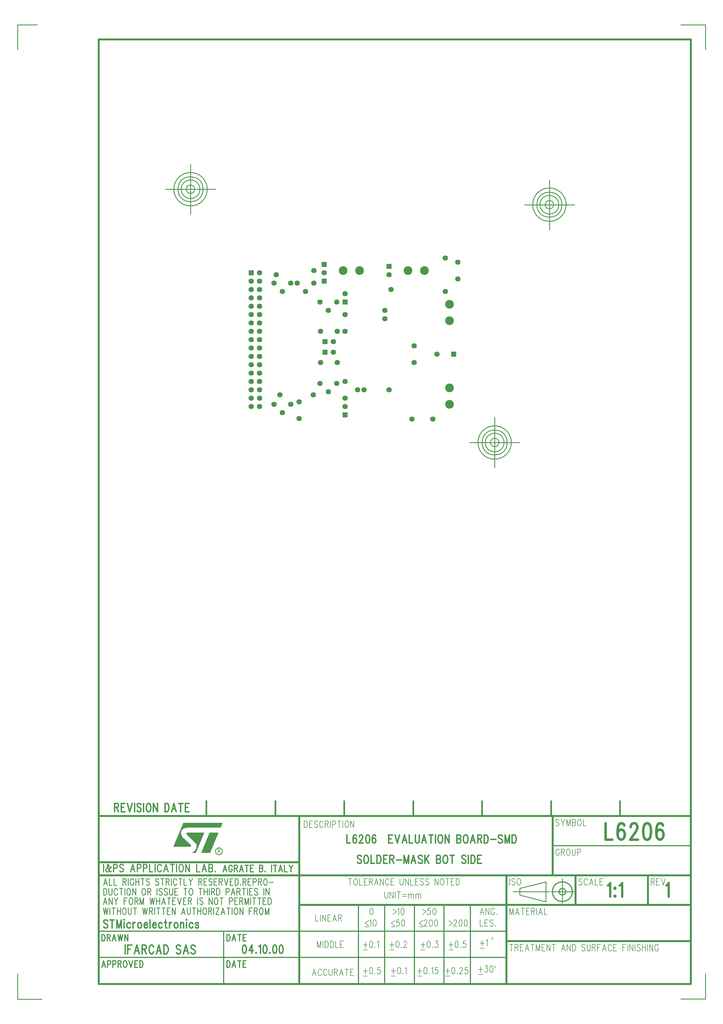
<source format=gbr>
*
*
G04 PowerPCB (Build Number [351.51 ]) generated Gerber (RS-274-X) file*
G04 PC Version=2.1*
*
%IN "L6206Pd-2.pcb"*%
*
%MOIN*%
*
%FSLAX35Y35*%
*
*
*
*
G04 PC Standard Apertures*
*
*
G04 Thermal Relief Aperture macro.*
%AMTER*
1,1,$1,0,0*
1,0,$1-$2,0,0*
21,0,$3,$4,0,0,45*
21,0,$3,$4,0,0,135*
%
*
*
G04 Annular Aperture macro.*
%AMANN*
1,1,$1,0,0*
1,0,$2,0,0*
%
*
*
G04 Odd Aperture macro.*
%AMODD*
1,1,$1,0,0*
1,0,$1-0.005,0,0*
%
*
*
G04 PC Custom Aperture Macros*
*
*
*
*
*
*
G04 PC Aperture Table*
*
%ADD010C,0.02*%
%ADD011C,0.01*%
%ADD012C,0.012*%
%ADD014C,0.024*%
%ADD015C,0.008*%
%ADD016C,0.015*%
%ADD017C,0.007*%
%ADD018C,0.004*%
%ADD027C,0.03*%
%ADD028C,0.025*%
%ADD042R,0.064X0.064*%
%ADD043C,0.064*%
%ADD056C,0.104*%
*
*
*
*
G04 PC Custom Flashes*
G04 Layer Name L6206Pd-2.pcb - flashes*
%LPD*%
*
*
G04 PC Circuitry*
G04 Layer Name L6206Pd-2.pcb - circuitry*
%LPD*%
*
G54D10*
G01X734295Y236644D02*
Y254144D01*
X651795Y236644D02*
Y254144D01*
X569295Y236644D02*
Y254144D01*
X486795Y236644D02*
Y254144D01*
X404295Y236644D02*
Y254144D01*
X321795Y236644D02*
Y254144D01*
X239295Y236644D02*
Y254144D01*
G54D11*
X220295Y1016144D02*
Y956144D01*
X190295Y986144D02*
X250295D01*
X240295D02*
G75*
G03X240295I-20000D01*
G01X235295D02*
G03X235295I-15000D01*
G01X231475D02*
G03X231475I-11180D01*
G01X225295D02*
G03X225295I-5000D01*
G01X649795Y997644D02*
Y937644D01*
X619795Y967644D02*
X679795D01*
X669795D02*
G03X669795I-20000D01*
G01X664795D02*
G03X664795I-15000D01*
G01X660975D02*
G03X660975I-11180D01*
G01X654795D02*
G03X654795I-5000D01*
G01X13409Y17471D02*
Y47372D01*
X836638Y1182825D02*
Y1153672D01*
Y1182825D02*
X807063D01*
X606275Y145798D02*
X649582D01*
X653519D02*
X677141D01*
X665330Y133987D02*
Y157609D01*
X645645D02*
Y133987D01*
X614149Y141861*
Y149735*
X645645Y157609*
X665330D02*
Y161546D01*
X653519Y145798D02*
X651551D01*
X677141D02*
X679110D01*
X665330Y133987D02*
Y132018D01*
X257043Y227254D02*
X212161D01*
X257043Y226664D02*
X212161D01*
X256452Y226073D02*
X211571D01*
X256452Y225483D02*
X211571D01*
X256452Y224892D02*
X210980D01*
X255862Y224301D02*
X210980D01*
X255271Y223711D02*
X215704D01*
Y223120*
X217476Y223711D02*
X210389D01*
X215114Y223120D02*
X210980D01*
X212161Y222530D02*
X209799D01*
X211571Y221939D02*
X209799D01*
X210980D02*
X209799D01*
X213342Y223120D02*
X210389D01*
Y221349D02*
X209208D01*
Y220168D02*
X210980Y221939D01*
X208027Y216624D02*
X207437D01*
X208027Y216034D02*
X207437D01*
X209208Y220168D02*
X210389Y221349D01*
X208027Y215443D02*
X206846D01*
X208027Y214853D02*
X206846D01*
X208027Y214262D02*
X206846D01*
X208027Y213672D02*
X206256D01*
X208618Y213081D02*
X206256D01*
X208618Y212490D02*
X205665D01*
X208618Y211900D02*
X205665D01*
X209208Y211309D02*
X205665D01*
X209799Y210719D02*
X205075D01*
X209799Y210128D02*
X205075D01*
X210389Y209538D02*
X204484D01*
X210980Y208947D02*
X204484D01*
X212161Y208357D02*
X204484D01*
X212752Y207766D02*
X203893D01*
X213342Y207175D02*
X203303D01*
X213933Y206585D02*
X203303D01*
X214523Y205994D02*
X203303D01*
X215114Y205404D02*
X202712D01*
X215704Y204813D02*
X202712D01*
X216295Y204223D02*
X202122D01*
X217476Y203632D02*
X202122D01*
X218067Y203042D02*
X202122D01*
X218657Y202451D02*
X201531D01*
X219248Y201861D02*
X201531D01*
X219838Y201270D02*
X201531D01*
X219838Y200679D02*
X200941D01*
X235193Y215443D02*
X216295D01*
Y214853*
X234602D02*
X216886D01*
X234602Y214262D02*
X216886D01*
X234602Y213672D02*
X217476D01*
X234012Y213081D02*
X218657D01*
X234012Y212490D02*
X218657D01*
X233421Y211900D02*
X219838D01*
X233421Y211309D02*
X220429D01*
X233421Y210719D02*
X221019D01*
X232830Y210128D02*
X221610D01*
X232830Y209538D02*
X222201D01*
X232240Y208947D02*
X222791D01*
X232240Y208357D02*
X223382D01*
X231649Y207766D02*
X223972D01*
X231649Y207175D02*
X224563D01*
X231649Y206585D02*
X224563D01*
X231059Y205994D02*
X225744D01*
X231059Y205404D02*
X226334D01*
X230468Y204813D02*
X226925D01*
X230468Y204223D02*
X226925D01*
X230468Y203632D02*
X227515D01*
X229878Y203042D02*
X228106D01*
X229878Y202451D02*
X228106D01*
X229287Y201861D02*
X228106D01*
X229287Y201270D02*
X228106D01*
X229287Y200679D02*
X228106D01*
X228697Y200089D02*
X228106D01*
X228697Y199498D02*
X228106D01*
Y198908D02*
Y197727D01*
X227515Y195955D02*
X226925D01*
Y195364D02*
X226334D01*
X226925Y194774D02*
X225744D01*
X226334Y194183D02*
X225744D01*
X226334Y193593D02*
X225153D01*
X243460Y215443D02*
X252319D01*
X243460Y214853D02*
X251728D01*
X242870Y214262D02*
X251728D01*
X242870Y213672D02*
X251138D01*
X242279Y213081D02*
X251138D01*
X242279Y212490D02*
X250547D01*
X242279Y211900D02*
X250547D01*
X241689Y211309D02*
X250547D01*
X241689Y210719D02*
X249956D01*
X241098Y210128D02*
X249956D01*
X241098Y209538D02*
X249366D01*
X240508Y208947D02*
X249366D01*
X240508Y208357D02*
X249366D01*
X240508Y207766D02*
X248775D01*
X239917Y207175D02*
X248775D01*
X239917Y206585D02*
X248185D01*
X239326Y205994D02*
X248185D01*
Y205404*
X239326D02*
X247594D01*
Y204813*
X238736Y204223D02*
X247594D01*
X238736Y204813D02*
X247004D01*
X238736Y203632D02*
X247004D01*
Y203042*
X238145D02*
X246413D01*
Y202451*
X238145D02*
X245823D01*
X237555Y201861D02*
X246413D01*
X237555Y201270D02*
X246413D01*
X237555Y200679D02*
X245823D01*
X236964Y200089D02*
X245823D01*
X236964Y199498D02*
X245232D01*
X236374Y198908D02*
X245232D01*
X236374Y198317D02*
X245232D01*
X235783Y197727D02*
X244641D01*
X235783Y197136D02*
X244641D01*
X235783Y196546D02*
X244051D01*
X235193Y195955D02*
X244051D01*
X235193Y195364D02*
X244051D01*
X235193Y194774D02*
X243460D01*
X234602Y194183D02*
X243460D01*
X234602Y193593D02*
X242870D01*
X258417Y194144D02*
G03X258417I-4122D01*
G01X243311Y216250D02*
X252913D01*
X243311Y192939*
X233704*
X243311Y216250*
X217799D02*
X236008D01*
X226401Y192939*
X222701*
X224000Y193238*
X225201Y194140*
X227303Y197140*
X227901Y201242*
X227204Y203345*
X225701Y205242*
X217299Y213349*
X215897Y214648*
X215598Y215550*
X216299Y216050*
X217799Y216250*
X211795Y209144D02*
X210295Y210447D01*
X209094Y212349*
X208496Y214648*
X208397Y217050*
X209197Y219349*
X210795Y221349*
X213598Y222652*
X217598Y223152*
X255815Y223050*
X257913Y227853*
X211795*
X200193Y200144*
X218000*
X219401*
X220098Y200644*
X220201Y201542*
X219299Y202443*
X211795Y209144*
X807063Y17471D02*
X836638D01*
Y47372*
X13362Y17175D02*
X42153D01*
X13409Y1182825D02*
Y1153672D01*
Y1182805D02*
X37035D01*
X584295Y713144D02*
Y653144D01*
X554295Y683144D02*
X614295D01*
X604295D02*
G03X604295I-20000D01*
G01X599295D02*
G03X599295I-15000D01*
G01X595475D02*
G03X595475I-11180D01*
G01X589295D02*
G03X589295I-5000D01*
G01X118299Y161546D02*
X116118Y153671D01*
X118299Y161546D02*
X120481Y153671D01*
X116936Y156296D02*
X119663D01*
X122936Y161546D02*
Y153671D01*
X126208*
X128663Y161546D02*
Y153671D01*
X131936*
X139299Y161546D02*
Y153671D01*
Y161546D02*
X141754D01*
X142572Y161171*
X142572D02*
X142845Y160796D01*
X143118Y160046*
Y159296*
X142845Y158546*
X142572Y158171*
X142572D02*
X141754Y157796D01*
X139299*
X141208D02*
X143118Y153671D01*
X145572Y161546D02*
Y153671D01*
X152118Y159671D02*
X151845Y160421D01*
X151299Y161171*
X151299D02*
X150754Y161546D01*
X149663*
X149118Y161171*
X148572Y160421*
X148572D02*
X148299Y159671D01*
X148299D02*
X148027Y158546D01*
Y156671*
X148299Y155546*
X148299D02*
X148572Y154796D01*
X148572D02*
X149118Y154046D01*
X149663Y153671*
X150754*
X151299Y154046*
X151299D02*
X151845Y154796D01*
X152118Y155546*
Y156671*
X150754D02*
X152118D01*
X154572Y161546D02*
Y153671D01*
X158390Y161546D02*
Y153671D01*
X154572Y157796D02*
X158390D01*
X162754Y161546D02*
Y153671D01*
X160845Y161546D02*
X164663D01*
X170936Y160421D02*
X170390Y161171D01*
X170390D02*
X169572Y161546D01*
X169572D02*
X168481D01*
X168481D02*
X167663Y161171D01*
X167118Y160421*
Y159671*
X167390Y158921*
X167390D02*
X167663Y158546D01*
X168208Y158171*
X168208D02*
X169845Y157421D01*
X170390Y157046*
X170390D02*
X170663Y156671D01*
X170936Y155921*
Y154796*
X170390Y154046*
X170390D02*
X169572Y153671D01*
X169572D02*
X168481D01*
X168481D02*
X167663Y154046D01*
X167118Y154796*
X182118Y160421D02*
X181572Y161171D01*
X181572D02*
X180754Y161546D01*
X179663*
X178845Y161171*
X178299Y160421*
X178299D02*
Y159671D01*
X178299D02*
X178572Y158921D01*
X178572D02*
X178845Y158546D01*
X179390Y158171*
X179390D02*
X181027Y157421D01*
X181572Y157046*
X181572D02*
X181845Y156671D01*
X182118Y155921*
Y154796*
X181572Y154046*
X181572D02*
X180754Y153671D01*
X179663*
X178845Y154046*
X178299Y154796*
X186481Y161546D02*
Y153671D01*
X184572Y161546D02*
X188390D01*
X190845D02*
Y153671D01*
Y161546D02*
X193299D01*
X193299D02*
X194118Y161171D01*
X194390Y160796*
X194390D02*
X194663Y160046D01*
Y159296*
X194390Y158546*
X194390D02*
X194118Y158171D01*
X193299Y157796*
X193299D02*
X190845D01*
X192754D02*
X194663Y153671D01*
X197118Y161546D02*
Y153671D01*
X203663Y159671D02*
X203390Y160421D01*
X203390D02*
X202845Y161171D01*
X202299Y161546*
X202299D02*
X201208D01*
X201208D02*
X200663Y161171D01*
X200118Y160421*
X199845Y159671*
X199572Y158546*
X199572D02*
Y156671D01*
X199572D02*
X199845Y155546D01*
X200118Y154796*
X200663Y154046*
X201208Y153671*
X201208D02*
X202299D01*
X202299D02*
X202845Y154046D01*
X203390Y154796*
X203390D02*
X203663Y155546D01*
X208027Y161546D02*
Y153671D01*
X206118Y161546D02*
X209936D01*
X212390D02*
Y153671D01*
X212390D02*
X215663D01*
X218118Y161546D02*
X220299Y157796D01*
X220299D02*
Y153671D01*
X222481Y161546D02*
X220299Y157796D01*
X229845Y161546D02*
Y153671D01*
Y161546D02*
X232299D01*
X232299D02*
X233118Y161171D01*
X233390Y160796*
X233390D02*
X233663Y160046D01*
Y159296*
X233390Y158546*
X233390D02*
X233118Y158171D01*
X232299Y157796*
X232299D02*
X229845D01*
X231754D02*
X233663Y153671D01*
X236118Y161546D02*
Y153671D01*
Y161546D02*
X239663D01*
X236118Y157796D02*
X238299D01*
X236118Y153671D02*
X239663D01*
X245936Y160421D02*
X245390Y161171D01*
X245390D02*
X244572Y161546D01*
X244572D02*
X243481D01*
X243481D02*
X242663Y161171D01*
X242118Y160421*
Y159671*
X242390Y158921*
X242390D02*
X242663Y158546D01*
X243208Y158171*
X243208D02*
X244845Y157421D01*
X245390Y157046*
X245390D02*
X245663Y156671D01*
X245936Y155921*
Y154796*
X245390Y154046*
X245390D02*
X244572Y153671D01*
X244572D02*
X243481D01*
X243481D02*
X242663Y154046D01*
X242118Y154796*
X248390Y161546D02*
Y153671D01*
Y161546D02*
X251936D01*
X248390Y157796D02*
X250572D01*
X248390Y153671D02*
X251936D01*
X254390Y161546D02*
Y153671D01*
Y161546D02*
X256845D01*
X257663Y161171*
X257936Y160796*
X258208Y160046*
X258208D02*
Y159296D01*
X258208D02*
X257936Y158546D01*
X257663Y158171*
X256845Y157796*
X254390*
X256299D02*
X258208Y153671D01*
X260663Y161546D02*
X262845Y153671D01*
X265027Y161546D02*
X262845Y153671D01*
X267481Y161546D02*
Y153671D01*
Y161546D02*
X271027D01*
X267481Y157796D02*
X269663D01*
X267481Y153671D02*
X271027D01*
X273481Y161546D02*
Y153671D01*
Y161546D02*
X275390D01*
X275390D02*
X276208Y161171D01*
X276208D02*
X276754Y160421D01*
X277027Y159671*
X277299Y158546*
X277299D02*
Y156671D01*
X277299D02*
X277027Y155546D01*
X276754Y154796*
X276208Y154046*
X276208D02*
X275390Y153671D01*
X275390D02*
X273481D01*
X280027Y154421D02*
X279754Y154046D01*
X280027Y153671*
X280299Y154046*
X280299D02*
X280027Y154421D01*
X282754Y161546D02*
Y153671D01*
Y161546D02*
X285208D01*
X285208D02*
X286027Y161171D01*
X286299Y160796*
X286299D02*
X286572Y160046D01*
X286572D02*
Y159296D01*
X286572D02*
X286299Y158546D01*
X286299D02*
X286027Y158171D01*
X285208Y157796*
X285208D02*
X282754D01*
X284663D02*
X286572Y153671D01*
X289027Y161546D02*
Y153671D01*
Y161546D02*
X292572D01*
X289027Y157796D02*
X291208D01*
X289027Y153671D02*
X292572D01*
X295027Y161546D02*
Y153671D01*
Y161546D02*
X297481D01*
X297481D02*
X298299Y161171D01*
X298299D02*
X298572Y160796D01*
X298572D02*
X298845Y160046D01*
Y158921*
X298572Y158171*
X298572D02*
X298299Y157796D01*
X298299D02*
X297481Y157421D01*
X297481D02*
X295027D01*
X301299Y161546D02*
Y153671D01*
Y161546D02*
X303754D01*
X304572Y161171*
X304572D02*
X304845Y160796D01*
X305118Y160046*
Y159296*
X304845Y158546*
X304572Y158171*
X304572D02*
X303754Y157796D01*
X301299*
X303208D02*
X305118Y153671D01*
X309208Y161546D02*
X308663Y161171D01*
X308118Y160421*
X307845Y159671*
X307572Y158546*
X307572D02*
Y156671D01*
X307572D02*
X307845Y155546D01*
X308118Y154796*
X308663Y154046*
X309208Y153671*
X309208D02*
X310299D01*
X310299D02*
X310845Y154046D01*
X311390Y154796*
X311390D02*
X311663Y155546D01*
X311936Y156671*
Y158546*
X311663Y159671*
X311390Y160421*
X311390D02*
X310845Y161171D01*
X310299Y161546*
X310299D02*
X309208D01*
X314390Y157046D02*
X319299D01*
X116118Y149735D02*
Y141860D01*
Y149735D02*
X118027D01*
X118845Y149360*
X119390Y148610*
X119390D02*
X119663Y147860D01*
X119936Y146735*
Y144860*
X119663Y143735*
X119390Y142985*
X119390D02*
X118845Y142235D01*
X118027Y141860*
X116118*
X122390Y149735D02*
Y144110D01*
X122390D02*
X122663Y142985D01*
X123208Y142235*
X123208D02*
X124027Y141860D01*
X124572*
X124572D02*
X125390Y142235D01*
X125390D02*
X125936Y142985D01*
X126208Y144110*
X126208D02*
Y149735D01*
X132754Y147860D02*
X132481Y148610D01*
X132481D02*
X131936Y149360D01*
X131390Y149735*
X131390D02*
X130299D01*
X130299D02*
X129754Y149360D01*
X129208Y148610*
X129208D02*
X128936Y147860D01*
X128663Y146735*
Y144860*
X128936Y143735*
X129208Y142985*
X129208D02*
X129754Y142235D01*
X130299Y141860*
X130299D02*
X131390D01*
X131390D02*
X131936Y142235D01*
X132481Y142985*
X132481D02*
X132754Y143735D01*
X137118Y149735D02*
Y141860D01*
X135208Y149735D02*
X139027D01*
X141481D02*
Y141860D01*
X145572Y149735D02*
X145027Y149360D01*
X144481Y148610*
X144481D02*
X144208Y147860D01*
X144208D02*
X143936Y146735D01*
Y144860*
X144208Y143735*
X144208D02*
X144481Y142985D01*
X144481D02*
X145027Y142235D01*
X145572Y141860*
X145572D02*
X146663D01*
X147208Y142235*
X147208D02*
X147754Y142985D01*
X148027Y143735*
X148299Y144860*
X148299D02*
Y146735D01*
X148299D02*
X148027Y147860D01*
X147754Y148610*
X147208Y149360*
X147208D02*
X146663Y149735D01*
X145572*
X150754D02*
Y141860D01*
Y149735D02*
X154572Y141860D01*
Y149735D02*
Y141860D01*
X163572Y149735D02*
X163027Y149360D01*
X162481Y148610*
X162481D02*
X162208Y147860D01*
X162208D02*
X161936Y146735D01*
Y144860*
X162208Y143735*
X162208D02*
X162481Y142985D01*
X162481D02*
X163027Y142235D01*
X163572Y141860*
X163572D02*
X164663D01*
X165208Y142235*
X165208D02*
X165754Y142985D01*
X166027Y143735*
X166299Y144860*
X166299D02*
Y146735D01*
X166299D02*
X166027Y147860D01*
X165754Y148610*
X165208Y149360*
X165208D02*
X164663Y149735D01*
X163572*
X168754D02*
Y141860D01*
Y149735D02*
X171208D01*
X171208D02*
X172027Y149360D01*
X172299Y148985*
X172299D02*
X172572Y148235D01*
X172572D02*
Y147485D01*
X172572D02*
X172299Y146735D01*
X172299D02*
X172027Y146360D01*
X171208Y145985*
X171208D02*
X168754D01*
X170663D02*
X172572Y141860D01*
X179936Y149735D02*
Y141860D01*
X186208Y148610D02*
X185663Y149360D01*
X184845Y149735*
X183754*
X182936Y149360*
X182390Y148610*
X182390D02*
Y147860D01*
X182390D02*
X182663Y147110D01*
X182936Y146735*
X183481Y146360*
X183481D02*
X185118Y145610D01*
X185663Y145235*
X185936Y144860*
X186208Y144110*
X186208D02*
Y142985D01*
X186208D02*
X185663Y142235D01*
X184845Y141860*
X183754*
X182936Y142235*
X182390Y142985*
X192481Y148610D02*
X191936Y149360D01*
X191118Y149735*
X190027*
X189208Y149360*
X189208D02*
X188663Y148610D01*
Y147860*
X188936Y147110*
X189208Y146735*
X189208D02*
X189754Y146360D01*
X191390Y145610*
X191390D02*
X191936Y145235D01*
X192208Y144860*
X192208D02*
X192481Y144110D01*
X192481D02*
Y142985D01*
X192481D02*
X191936Y142235D01*
X191118Y141860*
X190027*
X189208Y142235*
X189208D02*
X188663Y142985D01*
X194936Y149735D02*
Y144110D01*
X195208Y142985*
X195208D02*
X195754Y142235D01*
X196572Y141860*
X196572D02*
X197118D01*
X197936Y142235*
X198481Y142985*
X198481D02*
X198754Y144110D01*
Y149735*
X201208D02*
Y141860D01*
Y149735D02*
X204754D01*
X201208Y145985D02*
X203390D01*
X201208Y141860D02*
X204754D01*
X214027Y149735D02*
Y141860D01*
X212118Y149735D02*
X215936D01*
X220027D02*
X219481Y149360D01*
X219481D02*
X218936Y148610D01*
X218663Y147860*
X218390Y146735*
X218390D02*
Y144860D01*
X218390D02*
X218663Y143735D01*
X218936Y142985*
X219481Y142235*
X219481D02*
X220027Y141860D01*
X221118*
X221663Y142235*
X222208Y142985*
X222208D02*
X222481Y143735D01*
X222481D02*
X222754Y144860D01*
Y146735*
X222481Y147860*
X222481D02*
X222208Y148610D01*
X222208D02*
X221663Y149360D01*
X221118Y149735*
X220027*
X232027D02*
Y141860D01*
X230118Y149735D02*
X233936D01*
X236390D02*
Y141860D01*
X240208Y149735D02*
Y141860D01*
X236390Y145985D02*
X240208D01*
X242663Y149735D02*
Y141860D01*
X245118Y149735D02*
Y141860D01*
Y149735D02*
X247572D01*
X247572D02*
X248390Y149360D01*
X248390D02*
X248663Y148985D01*
X248936Y148235*
Y147485*
X248663Y146735*
X248390Y146360*
X248390D02*
X247572Y145985D01*
X247572D02*
X245118D01*
X247027D02*
X248936Y141860D01*
X251390Y149735D02*
Y141860D01*
Y149735D02*
X253299D01*
X253299D02*
X254118Y149360D01*
X254663Y148610*
X254936Y147860*
X255208Y146735*
X255208D02*
Y144860D01*
X255208D02*
X254936Y143735D01*
X254663Y142985*
X254118Y142235*
X253299Y141860*
X253299D02*
X251390D01*
X262572Y149735D02*
Y141860D01*
Y149735D02*
X265027D01*
X265845Y149360*
X266118Y148985*
X266390Y148235*
X266390D02*
Y147110D01*
X266390D02*
X266118Y146360D01*
X265845Y145985*
X265027Y145610*
X262572*
X271027Y149735D02*
X268845Y141860D01*
X271027Y149735D02*
X273208Y141860D01*
X269663Y144485D02*
X272390D01*
X275663Y149735D02*
Y141860D01*
Y149735D02*
X278118D01*
X278936Y149360*
X279208Y148985*
X279208D02*
X279481Y148235D01*
X279481D02*
Y147485D01*
X279481D02*
X279208Y146735D01*
X279208D02*
X278936Y146360D01*
X278118Y145985*
X275663*
X277572D02*
X279481Y141860D01*
X283845Y149735D02*
Y141860D01*
X281936Y149735D02*
X285754D01*
X288208D02*
Y141860D01*
X290663Y149735D02*
Y141860D01*
Y149735D02*
X294208D01*
X290663Y145985D02*
X292845D01*
X290663Y141860D02*
X294208D01*
X300481Y148610D02*
X299936Y149360D01*
X299118Y149735*
X298027*
X297208Y149360*
X297208D02*
X296663Y148610D01*
Y147860*
X296936Y147110*
X297208Y146735*
X297208D02*
X297754Y146360D01*
X299390Y145610*
X299390D02*
X299936Y145235D01*
X300208Y144860*
X300208D02*
X300481Y144110D01*
X300481D02*
Y142985D01*
X300481D02*
X299936Y142235D01*
X299118Y141860*
X298027*
X297208Y142235*
X297208D02*
X296663Y142985D01*
X307845Y149735D02*
Y141860D01*
X310299Y149735D02*
Y141860D01*
Y149735D02*
X314118Y141860D01*
Y149735D02*
Y141860D01*
X117976Y138519D02*
X115795Y130644D01*
X117976Y138519D02*
X120158Y130644D01*
X116613Y133269D02*
X119340D01*
X122613Y138519D02*
Y130644D01*
Y138519D02*
X126431Y130644D01*
Y138519D02*
Y130644D01*
X128885Y138519D02*
X131067Y134769D01*
X131067D02*
Y130644D01*
X133249Y138519D02*
X131067Y134769D01*
X140613Y138519D02*
Y130644D01*
Y138519D02*
X144158D01*
X140613Y134769D02*
X142795D01*
X148249Y138519D02*
X147704Y138144D01*
X147158Y137394*
X147158D02*
X146885Y136644D01*
X146885D02*
X146613Y135519D01*
Y133644*
X146885Y132519*
X146885D02*
X147158Y131769D01*
X147158D02*
X147704Y131019D01*
X148249Y130644*
X148249D02*
X149340D01*
X149885Y131019*
X149885D02*
X150431Y131769D01*
X150704Y132519*
X150976Y133644*
X150976D02*
Y135519D01*
X150976D02*
X150704Y136644D01*
X150431Y137394*
X149885Y138144*
X149885D02*
X149340Y138519D01*
X148249*
X153431D02*
Y130644D01*
Y138519D02*
X155885D01*
X155885D02*
X156704Y138144D01*
X156976Y137769*
X156976D02*
X157249Y137019D01*
X157249D02*
Y136269D01*
X157249D02*
X156976Y135519D01*
X156976D02*
X156704Y135144D01*
X155885Y134769*
X155885D02*
X153431D01*
X155340D02*
X157249Y130644D01*
X159704Y138519D02*
Y130644D01*
Y138519D02*
X161885Y130644D01*
X164067Y138519D02*
X161885Y130644D01*
X164067Y138519D02*
Y130644D01*
X171431Y138519D02*
X172795Y130644D01*
X174158Y138519D02*
X172795Y130644D01*
X174158Y138519D02*
X175522Y130644D01*
X176885Y138519D02*
X175522Y130644D01*
X179340Y138519D02*
Y130644D01*
X183158Y138519D02*
Y130644D01*
X179340Y134769D02*
X183158D01*
X187795Y138519D02*
X185613Y130644D01*
X187795Y138519D02*
X189976Y130644D01*
X186431Y133269D02*
X189158D01*
X194340Y138519D02*
Y130644D01*
X192431Y138519D02*
X196249D01*
X198704D02*
Y130644D01*
Y138519D02*
X202249D01*
X198704Y134769D02*
X200885D01*
X198704Y130644D02*
X202249D01*
X204704Y138519D02*
X206885Y130644D01*
X209067Y138519D02*
X206885Y130644D01*
X211522Y138519D02*
Y130644D01*
Y138519D02*
X215067D01*
X211522Y134769D02*
X213704D01*
X211522Y130644D02*
X215067D01*
X217522Y138519D02*
Y130644D01*
Y138519D02*
X219976D01*
X219976D02*
X220795Y138144D01*
X221067Y137769*
X221067D02*
X221340Y137019D01*
Y136269*
X221067Y135519*
X221067D02*
X220795Y135144D01*
X219976Y134769*
X219976D02*
X217522D01*
X219431D02*
X221340Y130644D01*
X228704Y138519D02*
Y130644D01*
X234976Y137394D02*
X234431Y138144D01*
X233613Y138519*
X232522*
X231704Y138144*
X231158Y137394*
X231158D02*
Y136644D01*
X231158D02*
X231431Y135894D01*
X231704Y135519*
X232249Y135144*
X232249D02*
X233885Y134394D01*
X233885D02*
X234431Y134019D01*
X234704Y133644*
X234976Y132894*
X234976D02*
Y131769D01*
X234976D02*
X234431Y131019D01*
X233613Y130644*
X232522*
X231704Y131019*
X231158Y131769*
X242340Y138519D02*
Y130644D01*
Y138519D02*
X246158Y130644D01*
Y138519D02*
Y130644D01*
X250249Y138519D02*
X249704Y138144D01*
X249158Y137394*
X249158D02*
X248885Y136644D01*
X248885D02*
X248613Y135519D01*
Y133644*
X248885Y132519*
X248885D02*
X249158Y131769D01*
X249158D02*
X249704Y131019D01*
X250249Y130644*
X250249D02*
X251340D01*
X251885Y131019*
X251885D02*
X252431Y131769D01*
X252704Y132519*
X252976Y133644*
X252976D02*
Y135519D01*
X252976D02*
X252704Y136644D01*
X252431Y137394*
X251885Y138144*
X251885D02*
X251340Y138519D01*
X250249*
X257340D02*
Y130644D01*
X255431Y138519D02*
X259249D01*
X266613D02*
Y130644D01*
Y138519D02*
X269067D01*
X269067D02*
X269885Y138144D01*
X269885D02*
X270158Y137769D01*
X270158D02*
X270431Y137019D01*
Y135894*
X270158Y135144*
X270158D02*
X269885Y134769D01*
X269885D02*
X269067Y134394D01*
X269067D02*
X266613D01*
X272885Y138519D02*
Y130644D01*
Y138519D02*
X276431D01*
X272885Y134769D02*
X275067D01*
X272885Y130644D02*
X276431D01*
X278885Y138519D02*
Y130644D01*
Y138519D02*
X281340D01*
X282158Y138144*
X282158D02*
X282431Y137769D01*
X282704Y137019*
Y136269*
X282431Y135519*
X282158Y135144*
X282158D02*
X281340Y134769D01*
X278885*
X280795D02*
X282704Y130644D01*
X285158Y138519D02*
Y130644D01*
Y138519D02*
X287340Y130644D01*
X289522Y138519D02*
X287340Y130644D01*
X289522Y138519D02*
Y130644D01*
X291976Y138519D02*
Y130644D01*
X296340Y138519D02*
Y130644D01*
X294431Y138519D02*
X298249D01*
X302613D02*
Y130644D01*
X300704Y138519D02*
X304522D01*
X306976D02*
Y130644D01*
Y138519D02*
X310522D01*
X306976Y134769D02*
X309158D01*
X306976Y130644D02*
X310522D01*
X312976Y138519D02*
Y130644D01*
Y138519D02*
X314885D01*
X314885D02*
X315704Y138144D01*
X316249Y137394*
X316249D02*
X316522Y136644D01*
X316795Y135519*
Y133644*
X316522Y132519*
X316249Y131769*
X316249D02*
X315704Y131019D01*
X314885Y130644*
X314885D02*
X312976D01*
X115795Y126519D02*
X117158Y118644D01*
X118522Y126519D02*
X117158Y118644D01*
X118522Y126519D02*
X119885Y118644D01*
X121249Y126519D02*
X119885Y118644D01*
X123704Y126519D02*
Y118644D01*
X128067Y126519D02*
Y118644D01*
X126158Y126519D02*
X129976D01*
X132431D02*
Y118644D01*
X136249Y126519D02*
Y118644D01*
X132431Y122769D02*
X136249D01*
X140340Y126519D02*
X139795Y126144D01*
X139249Y125394*
X139249D02*
X138976Y124644D01*
X138976D02*
X138704Y123519D01*
Y121644*
X138976Y120519*
X138976D02*
X139249Y119769D01*
X139249D02*
X139795Y119019D01*
X140340Y118644*
X141431*
X141976Y119019*
X141976D02*
X142522Y119769D01*
X142795Y120519*
X143067Y121644*
X143067D02*
Y123519D01*
X143067D02*
X142795Y124644D01*
X142522Y125394*
X141976Y126144*
X141976D02*
X141431Y126519D01*
X140340*
X145522D02*
Y120894D01*
X145795Y119769*
X146340Y119019*
X147158Y118644*
X147158D02*
X147704D01*
X148522Y119019*
X149067Y119769*
X149067D02*
X149340Y120894D01*
Y126519*
X153704D02*
Y118644D01*
X151795Y126519D02*
X155613D01*
X162976D02*
X164340Y118644D01*
X165704Y126519D02*
X164340Y118644D01*
X165704Y126519D02*
X167067Y118644D01*
X168431Y126519D02*
X167067Y118644D01*
X170885Y126519D02*
Y118644D01*
Y126519D02*
X173340D01*
X174158Y126144*
X174158D02*
X174431Y125769D01*
X174704Y125019*
Y124269*
X174431Y123519*
X174158Y123144*
X174158D02*
X173340Y122769D01*
X170885*
X172795D02*
X174704Y118644D01*
X177158Y126519D02*
Y118644D01*
X181522Y126519D02*
Y118644D01*
X179613Y126519D02*
X183431D01*
X187795D02*
Y118644D01*
X185885Y126519D02*
X189704D01*
X192158D02*
Y118644D01*
Y126519D02*
X195704D01*
X192158Y122769D02*
X194340D01*
X192158Y118644D02*
X195704D01*
X198158Y126519D02*
Y118644D01*
Y126519D02*
X201976Y118644D01*
Y126519D02*
Y118644D01*
X211522Y126519D02*
X209340Y118644D01*
X211522Y126519D02*
X213704Y118644D01*
X210158Y121269D02*
X212885D01*
X216158Y126519D02*
Y120894D01*
X216158D02*
X216431Y119769D01*
X216976Y119019*
X216976D02*
X217795Y118644D01*
X218340*
X219158Y119019*
X219158D02*
X219704Y119769D01*
X219976Y120894*
X219976D02*
Y126519D01*
X224340D02*
Y118644D01*
X222431Y126519D02*
X226249D01*
X228704D02*
Y118644D01*
X232522Y126519D02*
Y118644D01*
X228704Y122769D02*
X232522D01*
X236613Y126519D02*
X236067Y126144D01*
X236067D02*
X235522Y125394D01*
X235249Y124644*
X235249D02*
X234976Y123519D01*
X234976D02*
Y121644D01*
X234976D02*
X235249Y120519D01*
X235249D02*
X235522Y119769D01*
X236067Y119019*
X236067D02*
X236613Y118644D01*
X237704*
X238249Y119019*
X238249D02*
X238795Y119769D01*
X239067Y120519*
X239067D02*
X239340Y121644D01*
Y123519*
X239067Y124644*
X239067D02*
X238795Y125394D01*
X238249Y126144*
X238249D02*
X237704Y126519D01*
X236613*
X241795D02*
Y118644D01*
Y126519D02*
X244249D01*
X244249D02*
X245067Y126144D01*
X245067D02*
X245340Y125769D01*
X245613Y125019*
Y124269*
X245340Y123519*
X245067Y123144*
X245067D02*
X244249Y122769D01*
X244249D02*
X241795D01*
X243704D02*
X245613Y118644D01*
X248067Y126519D02*
Y118644D01*
X254340Y126519D02*
X250522Y118644D01*
Y126519D02*
X254340D01*
X250522Y118644D02*
X254340D01*
X258976Y126519D02*
X256795Y118644D01*
X258976Y126519D02*
X261158Y118644D01*
X257613Y121269D02*
X260340D01*
X265522Y126519D02*
Y118644D01*
X263613Y126519D02*
X267431D01*
X269885D02*
Y118644D01*
X273976Y126519D02*
X273431Y126144D01*
X272885Y125394*
X272885D02*
X272613Y124644D01*
X272340Y123519*
Y121644*
X272613Y120519*
X272885Y119769*
X272885D02*
X273431Y119019D01*
X273976Y118644*
X273976D02*
X275067D01*
X275067D02*
X275613Y119019D01*
X276158Y119769*
X276158D02*
X276431Y120519D01*
X276704Y121644*
Y123519*
X276431Y124644*
X276158Y125394*
X276158D02*
X275613Y126144D01*
X275067Y126519*
X275067D02*
X273976D01*
X279158D02*
Y118644D01*
Y126519D02*
X282976Y118644D01*
Y126519D02*
Y118644D01*
X290340Y126519D02*
Y118644D01*
Y126519D02*
X293885D01*
X290340Y122769D02*
X292522D01*
X296340Y126519D02*
Y118644D01*
Y126519D02*
X298795D01*
X299613Y126144*
X299885Y125769*
X299885D02*
X300158Y125019D01*
X300158D02*
Y124269D01*
X300158D02*
X299885Y123519D01*
X299885D02*
X299613Y123144D01*
X298795Y122769*
X296340*
X298249D02*
X300158Y118644D01*
X304249Y126519D02*
X303704Y126144D01*
X303158Y125394*
X303158D02*
X302885Y124644D01*
X302885D02*
X302613Y123519D01*
Y121644*
X302885Y120519*
X302885D02*
X303158Y119769D01*
X303158D02*
X303704Y119019D01*
X304249Y118644*
X304249D02*
X305340D01*
X305885Y119019*
X305885D02*
X306431Y119769D01*
X306704Y120519*
X306976Y121644*
X306976D02*
Y123519D01*
X306976D02*
X306704Y124644D01*
X306431Y125394*
X305885Y126144*
X305885D02*
X305340Y126519D01*
X304249*
X309431D02*
Y118644D01*
Y126519D02*
X311613Y118644D01*
X313795Y126519D02*
X311613Y118644D01*
X313795Y126519D02*
Y118644D01*
G54D12*
X421236Y35561D02*
Y130050D01*
X452732Y35561D02*
Y130050D01*
X488165Y35561D02*
Y130050D01*
X523598Y35561D02*
Y130050D01*
X555094Y35561D02*
Y130050D01*
X350370Y67057D02*
X598401D01*
X350370Y98553D02*
X598401D01*
X653519Y200916D02*
X818874D01*
X259819Y35561D02*
Y98553D01*
X110212D02*
X350370D01*
X110212Y67057D02*
X350370D01*
X677140Y145798D02*
G03X677140I-11810D01*
G01X669267D02*
G03X669267I-3937D01*
G01X116118Y178607D02*
Y169420D01*
X125345Y174670D02*
Y175107D01*
X125345D02*
X125027Y175545D01*
X124708*
X124708D02*
X124390Y175107D01*
X124390D02*
X124072Y174232D01*
X124072D02*
X123436Y172045D01*
X122799Y170732*
X122799D02*
X122163Y169857D01*
X122163D02*
X121527Y169420D01*
X120254*
X119618Y169857*
X119618D02*
X119299Y170295D01*
X119299D02*
X118981Y171170D01*
X118981D02*
Y172045D01*
X118981D02*
X119299Y172920D01*
X119299D02*
X119618Y173357D01*
X119618D02*
X121845Y175107D01*
X121845D02*
X122163Y175545D01*
X122481Y176420*
X122481D02*
Y177295D01*
X122481D02*
X122163Y178170D01*
X121527Y178607*
X121527D02*
X120890Y178170D01*
X120890D02*
X120572Y177295D01*
X120572D02*
Y176420D01*
X120572D02*
X120890Y175107D01*
X120890D02*
X121527Y173795D01*
X123118Y170732*
X123118D02*
X123754Y169857D01*
X123754D02*
X124390Y169420D01*
X124390D02*
X125027D01*
X125345Y169857*
X125345D02*
Y170295D01*
X128208Y178607D02*
Y169420D01*
Y178607D02*
X131072D01*
X131072D02*
X132027Y178170D01*
X132345Y177732*
X132345D02*
X132663Y176857D01*
X132663D02*
Y175545D01*
X132345Y174670*
X132027Y174232*
X132027D02*
X131072Y173795D01*
X131072D02*
X128208D01*
X139981Y177295D02*
X139345Y178170D01*
X138390Y178607*
X138390D02*
X137118D01*
X137118D02*
X136163Y178170D01*
X135527Y177295*
Y176420*
X135845Y175545*
X136163Y175107*
X136163D02*
X136799Y174670D01*
X136799D02*
X138708Y173795D01*
X138708D02*
X139345Y173357D01*
X139345D02*
X139663Y172920D01*
X139981Y172045*
X139981D02*
Y170732D01*
X139981D02*
X139345Y169857D01*
X139345D02*
X138390Y169420D01*
X138390D02*
X137118D01*
X136163Y169857*
X136163D02*
X135527Y170732D01*
X151118Y178607D02*
X148572Y169420D01*
X151118Y178607D02*
X153663Y169420D01*
X149527Y172482D02*
X152708D01*
X156527Y178607D02*
Y169420D01*
Y178607D02*
X159390D01*
X159390D02*
X160345Y178170D01*
X160663Y177732*
X160663D02*
X160981Y176857D01*
X160981D02*
Y175545D01*
X160981D02*
X160663Y174670D01*
X160345Y174232*
X160345D02*
X159390Y173795D01*
X159390D02*
X156527D01*
X163845Y178607D02*
Y169420D01*
Y178607D02*
X166708D01*
X166708D02*
X167663Y178170D01*
X167981Y177732*
X167981D02*
X168299Y176857D01*
X168299D02*
Y175545D01*
X168299D02*
X167981Y174670D01*
X167981D02*
X167663Y174232D01*
X167663D02*
X166708Y173795D01*
X166708D02*
X163845D01*
X171163Y178607D02*
Y169420D01*
X174981*
X177845Y178607D02*
Y169420D01*
X185481Y176420D02*
X185163Y177295D01*
X184527Y178170*
X183890Y178607*
X183890D02*
X182618D01*
X182618D02*
X181981Y178170D01*
X181981D02*
X181345Y177295D01*
X181027Y176420*
X180708Y175107*
X180708D02*
Y172920D01*
X180708D02*
X181027Y171607D01*
X181027D02*
X181345Y170732D01*
X181345D02*
X181981Y169857D01*
X181981D02*
X182618Y169420D01*
X183890*
X183890D02*
X184527Y169857D01*
X184527D02*
X185163Y170732D01*
X185163D02*
X185481Y171607D01*
X190890Y178607D02*
X188345Y169420D01*
X190890Y178607D02*
X193436Y169420D01*
X189299Y172482D02*
X192481D01*
X198527Y178607D02*
Y169420D01*
X196299Y178607D02*
X200754D01*
X203618D02*
Y169420D01*
X208390Y178607D02*
X207754Y178170D01*
X207118Y177295*
X206799Y176420*
X206799D02*
X206481Y175107D01*
X206481D02*
Y172920D01*
X206481D02*
X206799Y171607D01*
X206799D02*
X207118Y170732D01*
X207118D02*
X207754Y169857D01*
X207754D02*
X208390Y169420D01*
X208390D02*
X209663D01*
X210299Y169857*
X210299D02*
X210936Y170732D01*
X210936D02*
X211254Y171607D01*
X211254D02*
X211572Y172920D01*
X211572D02*
Y175107D01*
X211572D02*
X211254Y176420D01*
X210936Y177295*
X210299Y178170*
X210299D02*
X209663Y178607D01*
X209663D02*
X208390D01*
X214436D02*
Y169420D01*
Y178607D02*
X218890Y169420D01*
Y178607D02*
Y169420D01*
X227481Y178607D02*
Y169420D01*
X227481D02*
X231299D01*
X236708Y178607D02*
X234163Y169420D01*
X236708Y178607D02*
X239254Y169420D01*
X235118Y172482D02*
X238299D01*
X242118Y178607D02*
Y169420D01*
Y178607D02*
X244981D01*
X244981D02*
X245936Y178170D01*
X246254Y177732*
X246254D02*
X246572Y176857D01*
X246572D02*
Y175982D01*
X246572D02*
X246254Y175107D01*
X246254D02*
X245936Y174670D01*
X244981Y174232*
X242118D02*
X244981D01*
X244981D02*
X245936Y173795D01*
X246254Y173357*
X246254D02*
X246572Y172482D01*
X246572D02*
Y171170D01*
X246572D02*
X246254Y170295D01*
X245936Y169857*
X245936D02*
X244981Y169420D01*
X244981D02*
X242118D01*
X249754Y170295D02*
X249436Y169857D01*
X249436D02*
X249754Y169420D01*
X250072Y169857*
X250072D02*
X249754Y170295D01*
X263756Y63121D02*
Y55246D01*
Y63121D02*
X265665D01*
X266483Y62746*
X267028Y61996*
X267028D02*
X267301Y61246D01*
X267574Y60121*
Y58246*
X267301Y57121*
X267028Y56371*
X267028D02*
X266483Y55621D01*
X265665Y55246*
X263756*
X272210Y63121D02*
X270028Y55246D01*
X272210Y63121D02*
X274392Y55246D01*
X270846Y57871D02*
X273574D01*
X278756Y63121D02*
Y55246D01*
X276846Y63121D02*
X280665D01*
X283119D02*
Y55246D01*
Y63121D02*
X286665D01*
X283119Y59371D02*
X285301D01*
X283119Y55246D02*
X286665D01*
X263756Y94617D02*
Y86742D01*
Y94617D02*
X265665D01*
X266483Y94242*
X267028Y93492*
X267028D02*
X267301Y92742D01*
X267574Y91617*
Y89742*
X267301Y88617*
X267028Y87867*
X267028D02*
X266483Y87117D01*
X265665Y86742*
X263756*
X272210Y94617D02*
X270028Y86742D01*
X272210Y94617D02*
X274392Y86742D01*
X270846Y89367D02*
X273574D01*
X278756Y94617D02*
Y86742D01*
X276846Y94617D02*
X280665D01*
X283119D02*
Y86742D01*
Y94617D02*
X286665D01*
X283119Y90867D02*
X285301D01*
X283119Y86742D02*
X286665D01*
X116331Y63121D02*
X114150Y55246D01*
X116331Y63121D02*
X118513Y55246D01*
X114968Y57871D02*
X117695D01*
X120968Y63121D02*
Y55246D01*
Y63121D02*
X123422D01*
X123422D02*
X124240Y62746D01*
X124240D02*
X124513Y62371D01*
X124513D02*
X124786Y61621D01*
Y60496*
X124513Y59746*
X124513D02*
X124240Y59371D01*
X124240D02*
X123422Y58996D01*
X123422D02*
X120968D01*
X127240Y63121D02*
Y55246D01*
Y63121D02*
X129695D01*
X130513Y62746*
X130513D02*
X130786Y62371D01*
X131059Y61621*
Y60496*
X130786Y59746*
X130513Y59371*
X130513D02*
X129695Y58996D01*
X127240*
X133513Y63121D02*
Y55246D01*
Y63121D02*
X135968D01*
X136786Y62746*
X137059Y62371*
X137331Y61621*
X137331D02*
Y60871D01*
X137331D02*
X137059Y60121D01*
X136786Y59746*
X135968Y59371*
X133513*
X135422D02*
X137331Y55246D01*
X141422Y63121D02*
X140877Y62746D01*
X140331Y61996*
X140331D02*
X140059Y61246D01*
X139786Y60121*
Y58246*
X140059Y57121*
X140331Y56371*
X140331D02*
X140877Y55621D01*
X141422Y55246*
X141422D02*
X142513D01*
X142513D02*
X143059Y55621D01*
X143604Y56371*
X143604D02*
X143877Y57121D01*
X144150Y58246*
Y60121*
X143877Y61246*
X143604Y61996*
X143604D02*
X143059Y62746D01*
X142513Y63121*
X142513D02*
X141422D01*
X146604D02*
X148786Y55246D01*
X150968Y63121D02*
X148786Y55246D01*
X153422Y63121D02*
Y55246D01*
Y63121D02*
X156968D01*
X153422Y59371D02*
X155604D01*
X153422Y55246D02*
X156968D01*
X159422Y63121D02*
Y55246D01*
Y63121D02*
X161331D01*
X161331D02*
X162150Y62746D01*
X162695Y61996*
X162968Y61246*
X163240Y60121*
X163240D02*
Y58246D01*
X163240D02*
X162968Y57121D01*
X162695Y56371*
X162150Y55621*
X161331Y55246*
X161331D02*
X159422D01*
X114150Y94617D02*
Y86742D01*
Y94617D02*
X116059D01*
X116877Y94242*
X117422Y93492*
X117422D02*
X117695Y92742D01*
X117968Y91617*
Y89742*
X117695Y88617*
X117422Y87867*
X117422D02*
X116877Y87117D01*
X116059Y86742*
X114150*
X120422Y94617D02*
Y86742D01*
Y94617D02*
X122877D01*
X123695Y94242*
X123968Y93867*
X124240Y93117*
X124240D02*
Y92367D01*
X124240D02*
X123968Y91617D01*
X123695Y91242*
X122877Y90867*
X120422*
X122331D02*
X124240Y86742D01*
X128877Y94617D02*
X126695Y86742D01*
X128877Y94617D02*
X131059Y86742D01*
X127513Y89367D02*
X130240D01*
X133513Y94617D02*
X134877Y86742D01*
X136240Y94617D02*
X134877Y86742D01*
X136240Y94617D02*
X137604Y86742D01*
X138968Y94617D02*
X137604Y86742D01*
X141422Y94617D02*
Y86742D01*
Y94617D02*
X145240Y86742D01*
Y94617D02*
Y86742D01*
X261476Y177519D02*
X259295Y169644D01*
X261476Y177519D02*
X263658Y169644D01*
X260113Y172269D02*
X262840D01*
X270204Y175644D02*
X269931Y176394D01*
X269385Y177144*
X269385D02*
X268840Y177519D01*
X267749*
X267749D02*
X267204Y177144D01*
X266658Y176394*
X266658D02*
X266385Y175644D01*
X266385D02*
X266113Y174519D01*
Y172644*
X266385Y171519*
X266385D02*
X266658Y170769D01*
X266658D02*
X267204Y170019D01*
X267749Y169644*
X267749D02*
X268840D01*
X269385Y170019*
X269385D02*
X269931Y170769D01*
X270204Y171519*
Y172644*
X268840D02*
X270204D01*
X272658Y177519D02*
Y169644D01*
Y177519D02*
X275113D01*
X275931Y177144*
X276204Y176769*
X276476Y176019*
X276476D02*
Y175269D01*
X276476D02*
X276204Y174519D01*
X275931Y174144*
X275113Y173769*
X272658*
X274567D02*
X276476Y169644D01*
X281113Y177519D02*
X278931Y169644D01*
X281113Y177519D02*
X283295Y169644D01*
X279749Y172269D02*
X282476D01*
X287658Y177519D02*
Y169644D01*
X285749Y177519D02*
X289567D01*
X292022D02*
Y169644D01*
Y177519D02*
X295567D01*
X292022Y173769D02*
X294204D01*
X292022Y169644D02*
X295567D01*
X302931Y177519D02*
Y169644D01*
Y177519D02*
X305385D01*
X305385D02*
X306204Y177144D01*
X306476Y176769*
X306476D02*
X306749Y176019D01*
X306749D02*
Y175269D01*
X306749D02*
X306476Y174519D01*
X306476D02*
X306204Y174144D01*
X305385Y173769*
X302931D02*
X305385D01*
X305385D02*
X306204Y173394D01*
X306476Y173019*
X306476D02*
X306749Y172269D01*
X306749D02*
Y171144D01*
X306749D02*
X306476Y170394D01*
X306476D02*
X306204Y170019D01*
X305385Y169644*
X305385D02*
X302931D01*
X309476Y170394D02*
X309204Y170019D01*
X309476Y169644*
X309476D02*
X309749Y170019D01*
X309749D02*
X309476Y170394D01*
X317113Y177519D02*
Y169644D01*
X321476Y177519D02*
Y169644D01*
X319567Y177519D02*
X323385D01*
X328022D02*
X325840Y169644D01*
X328022Y177519D02*
X330204Y169644D01*
X326658Y172269D02*
X329385D01*
X332658Y177519D02*
Y169644D01*
X332658D02*
X335931D01*
X338385Y177519D02*
X340567Y173769D01*
X340567D02*
Y169644D01*
X342749Y177519D02*
X340567Y173769D01*
G54D14*
X110212Y35561D02*
Y1165483D01*
X818874*
Y35561*
X110212*
Y236349*
X818874*
X110212Y181231D02*
X350370D01*
X110212Y165483D02*
X350370D01*
Y35561D02*
Y236349D01*
Y165483D02*
X653519D01*
Y236349*
Y165483D02*
X818874D01*
X598401Y130050D02*
X818874D01*
X767693D02*
Y165483D01*
X598401D02*
Y35561D01*
X681078Y130050D02*
Y165483D01*
X350370Y130050D02*
X598401D01*
Y86742D02*
X818874D01*
G54D15*
X771630Y161546D02*
Y153671D01*
Y161546D02*
X774084D01*
X774084D02*
X774902Y161171D01*
X774902D02*
X775175Y160796D01*
X775448Y160046*
Y159296*
X775175Y158546*
X774902Y158171*
X774902D02*
X774084Y157796D01*
X774084D02*
X771630D01*
X773539D02*
X775448Y153671D01*
X777902Y161546D02*
Y153671D01*
Y161546D02*
X781448D01*
X777902Y157796D02*
X780084D01*
X777902Y153671D02*
X781448D01*
X783902Y161546D02*
X786084Y153671D01*
X788266Y161546D02*
X786084Y153671D01*
X688834Y160421D02*
X688288Y161171D01*
X688288D02*
X687470Y161546D01*
X687470D02*
X686379D01*
X686379D02*
X685561Y161171D01*
X685016Y160421*
Y159671*
X685288Y158921*
X685288D02*
X685561Y158546D01*
X686106Y158171*
X686106D02*
X687743Y157421D01*
X688288Y157046*
X688288D02*
X688561Y156671D01*
X688834Y155921*
Y154796*
X688288Y154046*
X688288D02*
X687470Y153671D01*
X687470D02*
X686379D01*
X686379D02*
X685561Y154046D01*
X685016Y154796*
X695379Y159671D02*
X695106Y160421D01*
X695106D02*
X694561Y161171D01*
X694016Y161546*
X692925*
X692379Y161171*
X692379D02*
X691834Y160421D01*
X691561Y159671*
X691288Y158546*
X691288D02*
Y156671D01*
X691288D02*
X691561Y155546D01*
X691834Y154796*
X692379Y154046*
X692379D02*
X692925Y153671D01*
X694016*
X694561Y154046*
X695106Y154796*
X695106D02*
X695379Y155546D01*
X700016Y161546D02*
X697834Y153671D01*
X700016Y161546D02*
X702197Y153671D01*
X698652Y156296D02*
X701379D01*
X704652Y161546D02*
Y153671D01*
X707925*
X710379Y161546D02*
Y153671D01*
Y161546D02*
X713925D01*
X710379Y157796D02*
X712561D01*
X710379Y153671D02*
X713925D01*
X661547Y195104D02*
X661275Y195854D01*
X660729Y196604*
X660729D02*
X660184Y196979D01*
X659093*
X658547Y196604*
X658547D02*
X658002Y195854D01*
X657729Y195104*
X657729D02*
X657457Y193979D01*
Y192104*
X657729Y190979*
X657729D02*
X658002Y190229D01*
X658547Y189479*
X658547D02*
X659093Y189104D01*
X660184*
X660729Y189479*
X660729D02*
X661275Y190229D01*
X661547Y190979*
X661547D02*
Y192104D01*
X660184D02*
X661547D01*
X664002Y196979D02*
Y189104D01*
Y196979D02*
X666457D01*
X667275Y196604*
X667547Y196229*
X667547D02*
X667820Y195479D01*
X667820D02*
Y194729D01*
X667820D02*
X667547Y193979D01*
X667547D02*
X667275Y193604D01*
X666457Y193229*
X664002*
X665911D02*
X667820Y189104D01*
X671911Y196979D02*
X671366Y196604D01*
X670820Y195854*
X670820D02*
X670547Y195104D01*
X670547D02*
X670275Y193979D01*
Y192104*
X670547Y190979*
X670547D02*
X670820Y190229D01*
X670820D02*
X671366Y189479D01*
X671911Y189104*
X671911D02*
X673002D01*
X673547Y189479*
X673547D02*
X674093Y190229D01*
X674366Y190979*
X674638Y192104*
X674638D02*
Y193979D01*
X674638D02*
X674366Y195104D01*
X674093Y195854*
X673547Y196604*
X673547D02*
X673002Y196979D01*
X671911*
X677093D02*
Y191354D01*
X677366Y190229*
X677911Y189479*
X677911D02*
X678729Y189104D01*
X678729D02*
X679275D01*
X680093Y189479*
X680638Y190229*
X680638D02*
X680911Y191354D01*
X680911D02*
Y196979D01*
X683366D02*
Y189104D01*
Y196979D02*
X685820D01*
X685820D02*
X686638Y196604D01*
X686638D02*
X686911Y196229D01*
X686911D02*
X687184Y195479D01*
Y194354*
X686911Y193604*
X686911D02*
X686638Y193229D01*
X686638D02*
X685820Y192854D01*
X685820D02*
X683366D01*
X661275Y231287D02*
X660729Y232037D01*
X660729D02*
X659911Y232412D01*
X659911D02*
X658820D01*
X658820D02*
X658002Y232037D01*
X657457Y231287*
Y230537*
X657729Y229787*
X657729D02*
X658002Y229412D01*
X658547Y229037*
X658547D02*
X660184Y228287D01*
X660729Y227912*
X660729D02*
X661002Y227537D01*
X661275Y226787*
Y225662*
X660729Y224912*
X660729D02*
X659911Y224537D01*
X659911D02*
X658820D01*
X658820D02*
X658002Y224912D01*
X657457Y225662*
X663729Y232412D02*
X665911Y228662D01*
X665911D02*
Y224537D01*
X668093Y232412D02*
X665911Y228662D01*
X670547Y232412D02*
Y224537D01*
Y232412D02*
X672729Y224537D01*
X674911Y232412D02*
X672729Y224537D01*
X674911Y232412D02*
Y224537D01*
X677366Y232412D02*
Y224537D01*
Y232412D02*
X679820D01*
X679820D02*
X680638Y232037D01*
X680638D02*
X680911Y231662D01*
X680911D02*
X681184Y230912D01*
Y230162*
X680911Y229412*
X680911D02*
X680638Y229037D01*
X680638D02*
X679820Y228662D01*
X677366D02*
X679820D01*
X679820D02*
X680638Y228287D01*
X680638D02*
X680911Y227912D01*
X680911D02*
X681184Y227162D01*
Y226037*
X680911Y225287*
X680911D02*
X680638Y224912D01*
X680638D02*
X679820Y224537D01*
X679820D02*
X677366D01*
X685275Y232412D02*
X684729Y232037D01*
X684729D02*
X684184Y231287D01*
X683911Y230537*
X683911D02*
X683638Y229412D01*
X683638D02*
Y227537D01*
X683638D02*
X683911Y226412D01*
X683911D02*
X684184Y225662D01*
X684729Y224912*
X684729D02*
X685275Y224537D01*
X686366*
X686911Y224912*
X686911D02*
X687457Y225662D01*
X687729Y226412*
X687729D02*
X688002Y227537D01*
Y229412*
X687729Y230537*
X687729D02*
X687457Y231287D01*
X686911Y232037*
X686911D02*
X686366Y232412D01*
X685275*
X690457D02*
Y224537D01*
X693729*
X602339Y161546D02*
Y153671D01*
X608611Y160421D02*
X608066Y161171D01*
X607248Y161546*
X606157*
X605339Y161171*
X604793Y160421*
X604793D02*
Y159671D01*
X604793D02*
X605066Y158921D01*
X605339Y158546*
X605884Y158171*
X607520Y157421*
X607520D02*
X608066Y157046D01*
X608339Y156671*
X608611Y155921*
X608611D02*
Y154796D01*
X608611D02*
X608066Y154046D01*
X607248Y153671*
X606157*
X605339Y154046*
X604793Y154796*
X612702Y161546D02*
X612157Y161171D01*
X611611Y160421*
X611611D02*
X611339Y159671D01*
X611066Y158546*
Y156671*
X611339Y155546*
X611611Y154796*
X611611D02*
X612157Y154046D01*
X612702Y153671*
X612702D02*
X613793D01*
X613793D02*
X614339Y154046D01*
X614884Y154796*
X615157Y155546*
X615429Y156671*
X615429D02*
Y158546D01*
X615429D02*
X615157Y159671D01*
X614884Y160421*
X614339Y161171*
X613793Y161546*
X613793D02*
X612702D01*
X602339Y126113D02*
Y118238D01*
Y126113D02*
X604520Y118238D01*
X606702Y126113D02*
X604520Y118238D01*
X606702Y126113D02*
Y118238D01*
X611339Y126113D02*
X609157Y118238D01*
X611339Y126113D02*
X613520Y118238D01*
X609975Y120863D02*
X612702D01*
X617884Y126113D02*
Y118238D01*
X615975Y126113D02*
X619793D01*
X622248D02*
Y118238D01*
Y126113D02*
X625793D01*
X622248Y122363D02*
X624429D01*
X622248Y118238D02*
X625793D01*
X628248Y126113D02*
Y118238D01*
Y126113D02*
X630702D01*
X630702D02*
X631520Y125738D01*
X631520D02*
X631793Y125363D01*
X631793D02*
X632066Y124613D01*
Y123863*
X631793Y123113*
X631793D02*
X631520Y122738D01*
X631520D02*
X630702Y122363D01*
X630702D02*
X628248D01*
X630157D02*
X632066Y118238D01*
X634520Y126113D02*
Y118238D01*
X639157Y126113D02*
X636975Y118238D01*
X639157Y126113D02*
X641339Y118238D01*
X637793Y120863D02*
X640520D01*
X643793Y126113D02*
Y118238D01*
X643793D02*
X647066D01*
X604248Y82806D02*
Y74931D01*
X602339Y82806D02*
X606157D01*
X608611D02*
Y74931D01*
Y82806D02*
X611066D01*
X611884Y82431*
X612157Y82056*
X612429Y81306*
X612429D02*
Y80556D01*
X612429D02*
X612157Y79806D01*
X611884Y79431*
X611066Y79056*
X608611*
X610520D02*
X612429Y74931D01*
X614884Y82806D02*
Y74931D01*
Y82806D02*
X618429D01*
X614884Y79056D02*
X617066D01*
X614884Y74931D02*
X618429D01*
X623066Y82806D02*
X620884Y74931D01*
X623066Y82806D02*
X625248Y74931D01*
X621702Y77556D02*
X624429D01*
X629611Y82806D02*
Y74931D01*
X627702Y82806D02*
X631520D01*
X633975D02*
Y74931D01*
Y82806D02*
X636157Y74931D01*
X638339Y82806D02*
X636157Y74931D01*
X638339Y82806D02*
Y74931D01*
X640793Y82806D02*
Y74931D01*
Y82806D02*
X644339D01*
X640793Y79056D02*
X642975D01*
X640793Y74931D02*
X644339D01*
X646793Y82806D02*
Y74931D01*
Y82806D02*
X650611Y74931D01*
Y82806D02*
Y74931D01*
X654975Y82806D02*
Y74931D01*
X653066Y82806D02*
X656884D01*
X666429D02*
X664248Y74931D01*
X666429Y82806D02*
X668611Y74931D01*
X665066Y77556D02*
X667793D01*
X671066Y82806D02*
Y74931D01*
Y82806D02*
X674884Y74931D01*
Y82806D02*
Y74931D01*
X677339Y82806D02*
Y74931D01*
Y82806D02*
X679248D01*
X680066Y82431*
X680611Y81681*
X680611D02*
X680884Y80931D01*
X681157Y79806*
Y77931*
X680884Y76806*
X680611Y76056*
X680611D02*
X680066Y75306D01*
X679248Y74931*
X677339*
X692339Y81681D02*
X691793Y82431D01*
X691793D02*
X690975Y82806D01*
X689884*
X689066Y82431*
X688520Y81681*
X688520D02*
Y80931D01*
X688520D02*
X688793Y80181D01*
X688793D02*
X689066Y79806D01*
X689611Y79431*
X689611D02*
X691248Y78681D01*
X691793Y78306*
X691793D02*
X692066Y77931D01*
X692339Y77181*
Y76056*
X691793Y75306*
X691793D02*
X690975Y74931D01*
X689884*
X689066Y75306*
X688520Y76056*
X694793Y82806D02*
Y77181D01*
X694793D02*
X695066Y76056D01*
X695611Y75306*
X695611D02*
X696429Y74931D01*
X696429D02*
X696975D01*
X697793Y75306*
X697793D02*
X698339Y76056D01*
X698611Y77181*
X698611D02*
Y82806D01*
X701066D02*
Y74931D01*
Y82806D02*
X703520D01*
X703520D02*
X704339Y82431D01*
X704611Y82056*
X704611D02*
X704884Y81306D01*
Y80556*
X704611Y79806*
X704611D02*
X704339Y79431D01*
X703520Y79056*
X703520D02*
X701066D01*
X702975D02*
X704884Y74931D01*
X707339Y82806D02*
Y74931D01*
Y82806D02*
X710884D01*
X707339Y79056D02*
X709520D01*
X715520Y82806D02*
X713339Y74931D01*
X715520Y82806D02*
X717702Y74931D01*
X714157Y77556D02*
X716884D01*
X724248Y80931D02*
X723975Y81681D01*
X723429Y82431*
X723429D02*
X722884Y82806D01*
X721793*
X721793D02*
X721248Y82431D01*
X720702Y81681*
X720702D02*
X720429Y80931D01*
X720429D02*
X720157Y79806D01*
Y77931*
X720429Y76806*
X720429D02*
X720702Y76056D01*
X720702D02*
X721248Y75306D01*
X721793Y74931*
X721793D02*
X722884D01*
X723429Y75306*
X723429D02*
X723975Y76056D01*
X724248Y76806*
X726702Y82806D02*
Y74931D01*
Y82806D02*
X730248D01*
X726702Y79056D02*
X728884D01*
X726702Y74931D02*
X730248D01*
X737611Y82806D02*
Y74931D01*
Y82806D02*
X741157D01*
X737611Y79056D02*
X739793D01*
X743611Y82806D02*
Y74931D01*
X746066Y82806D02*
Y74931D01*
Y82806D02*
X749884Y74931D01*
Y82806D02*
Y74931D01*
X752339Y82806D02*
Y74931D01*
X758611Y81681D02*
X758066Y82431D01*
X757248Y82806*
X756157*
X755339Y82431*
X754793Y81681*
X754793D02*
Y80931D01*
X754793D02*
X755066Y80181D01*
X755339Y79806*
X755884Y79431*
X757520Y78681*
X757520D02*
X758066Y78306D01*
X758339Y77931*
X758611Y77181*
X758611D02*
Y76056D01*
X758611D02*
X758066Y75306D01*
X757248Y74931*
X756157*
X755339Y75306*
X754793Y76056*
X761066Y82806D02*
Y74931D01*
X764884Y82806D02*
Y74931D01*
X761066Y79056D02*
X764884D01*
X767339Y82806D02*
Y74931D01*
X769793Y82806D02*
Y74931D01*
Y82806D02*
X773611Y74931D01*
Y82806D02*
Y74931D01*
X780157Y80931D02*
X779884Y81681D01*
X779339Y82431*
X778793Y82806*
X778793D02*
X777702D01*
X777702D02*
X777157Y82431D01*
X776611Y81681*
X776611D02*
X776339Y80931D01*
X776066Y79806*
Y77931*
X776339Y76806*
X776611Y76056*
X776611D02*
X777157Y75306D01*
X777702Y74931*
X777702D02*
X778793D01*
X778793D02*
X779339Y75306D01*
X779884Y76056*
X780157Y76806*
Y77931*
X778793D02*
X780157D01*
X564937Y46810D02*
X569846D01*
X567391Y56091D02*
Y49341D01*
X564937Y52716D02*
X569846D01*
X572846Y57216D02*
X575846D01*
X574209Y54216*
X574209D02*
X575027D01*
X575027D02*
X575573Y53841D01*
X575846Y53466*
X576118Y52341*
X576118D02*
Y51591D01*
X576118D02*
X575846Y50466D01*
X575300Y49716*
X575300D02*
X574482Y49341D01*
X573664*
X572846Y49716*
X572573Y50091*
X572300Y50841*
X580209Y57216D02*
X579391Y56841D01*
X579391D02*
X578846Y55716D01*
X578573Y53841*
Y52716*
X578846Y50841*
X579391Y49716*
X579391D02*
X580209Y49341D01*
X580209D02*
X580755D01*
X581573Y49716*
X582118Y50841*
X582118D02*
X582391Y52716D01*
X582391D02*
Y53841D01*
X582391D02*
X582118Y55716D01*
X582118D02*
X581573Y56841D01*
X580755Y57216*
X580209*
X584846D02*
Y54591D01*
X569360Y87587D02*
Y80837D01*
X566906Y84212D02*
X571815D01*
X574269Y87212D02*
X574815Y87587D01*
X575633Y88712*
Y80837*
X566906Y78306D02*
X571815D01*
X566906Y112334D02*
Y104459D01*
X570178*
X572633Y112334D02*
Y104459D01*
Y112334D02*
X576178D01*
X572633Y108584D02*
X574815D01*
X572633Y104459D02*
X576178D01*
X582451Y111209D02*
X581906Y111959D01*
X581087Y112334*
X581087D02*
X579996D01*
X579996D02*
X579178Y111959D01*
X579178D02*
X578633Y111209D01*
Y110459*
X578906Y109709*
X579178Y109334*
X579178D02*
X579724Y108959D01*
X581360Y108209*
X581360D02*
X581906Y107834D01*
X582178Y107459*
X582178D02*
X582451Y106709D01*
Y105584*
X581906Y104834*
X581087Y104459*
X581087D02*
X579996D01*
X579996D02*
X579178Y104834D01*
X579178D02*
X578633Y105584D01*
X585178Y105209D02*
X584906Y104834D01*
X585178Y104459*
X585178D02*
X585451Y104834D01*
X585178Y105209*
X569087Y126113D02*
X566906Y118238D01*
X569087Y126113D02*
X571269Y118238D01*
X567724Y120863D02*
X570451D01*
X573724Y126113D02*
Y118238D01*
Y126113D02*
X577542Y118238D01*
Y126113D02*
Y118238D01*
X584087Y124238D02*
X583815Y124988D01*
X583269Y125738*
X583269D02*
X582724Y126113D01*
X581633*
X581087Y125738*
X581087D02*
X580542Y124988D01*
X580269Y124238*
X580269D02*
X579996Y123113D01*
X579996D02*
Y121238D01*
X579996D02*
X580269Y120113D01*
X580269D02*
X580542Y119363D01*
X581087Y118613*
X581087D02*
X581633Y118238D01*
X582724*
X583269Y118613*
X583269D02*
X583815Y119363D01*
X584087Y120113*
X584087D02*
Y121238D01*
X582724D02*
X584087D01*
X586815Y118988D02*
X586542Y118613D01*
X586815Y118238*
X587087Y118613*
X587087D02*
X586815Y118988D01*
X531958Y85618D02*
Y78868D01*
X529504Y82243D02*
X534413D01*
X538504Y86743D02*
X537685Y86368D01*
X537685D02*
X537140Y85243D01*
X536867Y83368*
X536867D02*
Y82243D01*
X536867D02*
X537140Y80368D01*
X537685Y79243*
X537685D02*
X538504Y78868D01*
X539049*
X539867Y79243*
X539867D02*
X540413Y80368D01*
X540685Y82243*
X540685D02*
Y83368D01*
X540685D02*
X540413Y85243D01*
X539867Y86368*
X539867D02*
X539049Y86743D01*
X538504*
X543413Y79618D02*
X543140Y79243D01*
X543413Y78868*
X543685Y79243*
X543685D02*
X543413Y79618D01*
X549685Y86743D02*
X546958D01*
X546958D02*
X546685Y83368D01*
X546685D02*
X546958Y83743D01*
X546958D02*
X547776Y84118D01*
X547776D02*
X548594D01*
X548594D02*
X549413Y83743D01*
X549958Y82993*
X549958D02*
X550231Y81868D01*
X549958Y81118*
X549958D02*
X549685Y79993D01*
X549685D02*
X549140Y79243D01*
X548322Y78868*
X547504*
X546685Y79243*
X546685D02*
X546413Y79618D01*
X546140Y80368*
X529504Y76338D02*
X534413D01*
X525567Y44842D02*
X530476D01*
X528021Y54122D02*
Y47372D01*
X525567Y50747D02*
X530476D01*
X534567Y55247D02*
X533748Y54872D01*
X533748D02*
X533203Y53747D01*
X532930Y51872*
X532930D02*
Y50747D01*
X532930D02*
X533203Y48872D01*
X533748Y47747*
X533748D02*
X534567Y47372D01*
X535112*
X535930Y47747*
X535930D02*
X536476Y48872D01*
X536748Y50747*
X536748D02*
Y51872D01*
X536748D02*
X536476Y53747D01*
X535930Y54872*
X535930D02*
X535112Y55247D01*
X534567*
X539476Y48122D02*
X539203Y47747D01*
X539476Y47372*
X539748Y47747*
X539748D02*
X539476Y48122D01*
X542476Y53372D02*
Y53747D01*
X542748Y54497*
X542748D02*
X543021Y54872D01*
X543021D02*
X543567Y55247D01*
X544657*
X544657D02*
X545203Y54872D01*
X545476Y54497*
X545748Y53747*
X545748D02*
Y52997D01*
X545748D02*
X545476Y52247D01*
X544930Y51122*
X544930D02*
X542203Y47372D01*
X546021*
X552021Y55247D02*
X549294D01*
X549021Y51872*
X549021D02*
X549294Y52247D01*
X550112Y52622*
X550930*
X550930D02*
X551748Y52247D01*
X551748D02*
X552294Y51497D01*
X552567Y50372*
X552294Y49622*
X552021Y48497*
X552021D02*
X551476Y47747D01*
X550657Y47372*
X550657D02*
X549839D01*
X549839D02*
X549021Y47747D01*
X549021D02*
X548748Y48122D01*
X548748D02*
X548476Y48872D01*
X492102Y44842D02*
X497011D01*
X494556Y54122D02*
Y47372D01*
X492102Y50747D02*
X497011D01*
X501102Y55247D02*
X500283Y54872D01*
X500283D02*
X499738Y53747D01*
X499465Y51872*
X499465D02*
Y50747D01*
X499465D02*
X499738Y48872D01*
X500283Y47747*
X500283D02*
X501102Y47372D01*
X501647*
X502465Y47747*
X502465D02*
X503011Y48872D01*
X503283Y50747*
X503283D02*
Y51872D01*
X503283D02*
X503011Y53747D01*
X502465Y54872*
X502465D02*
X501647Y55247D01*
X501102*
X506011Y48122D02*
X505738Y47747D01*
X506011Y47372*
X506283Y47747*
X506283D02*
X506011Y48122D01*
X508738Y53747D02*
X509283Y54122D01*
X509283D02*
X510102Y55247D01*
Y47372*
X516102Y55247D02*
X513374D01*
X513374D02*
X513102Y51872D01*
X513374Y52247*
X513374D02*
X514192Y52622D01*
X514192D02*
X515011D01*
X515829Y52247*
X516374Y51497*
X516374D02*
X516647Y50372D01*
X516374Y49622*
X516374D02*
X516102Y48497D01*
X515556Y47747*
X515556D02*
X514738Y47372D01*
X513920*
X513102Y47747*
X512829Y48122*
X512556Y48872*
X496039Y76338D02*
X500948D01*
X498493Y85618D02*
Y78868D01*
X496039Y82243D02*
X500948D01*
X505039Y86743D02*
X504220Y86368D01*
X504220D02*
X503675Y85243D01*
X503402Y83368*
X503402D02*
Y82243D01*
X503402D02*
X503675Y80368D01*
X504220Y79243*
X504220D02*
X505039Y78868D01*
X505584*
X506402Y79243*
X506402D02*
X506948Y80368D01*
X507220Y82243*
X507220D02*
Y83368D01*
X507220D02*
X506948Y85243D01*
X506402Y86368*
X506402D02*
X505584Y86743D01*
X505039*
X509948Y79618D02*
X509675Y79243D01*
X509948Y78868*
X510220Y79243*
X510220D02*
X509948Y79618D01*
X513220Y86743D02*
X516220D01*
X516220D02*
X514584Y83743D01*
X515402*
X515402D02*
X515948Y83368D01*
X516220Y82993*
X516220D02*
X516493Y81868D01*
X516493D02*
Y81118D01*
X516493D02*
X516220Y79993D01*
X516220D02*
X515675Y79243D01*
X514857Y78868*
X514039*
X513220Y79243*
X513220D02*
X512948Y79618D01*
X512675Y80368*
X529504Y111209D02*
X533867Y108209D01*
X533867D02*
X529504Y104834D01*
X535504Y110459D02*
Y110834D01*
X535776Y111584*
X535776D02*
X536049Y111959D01*
X536594Y112334*
X536594D02*
X537685D01*
X537685D02*
X538231Y111959D01*
X538504Y111584*
X538776Y110834*
X538776D02*
Y110084D01*
X538776D02*
X538504Y109334D01*
X537958Y108209*
X537958D02*
X535231Y104459D01*
X539049*
X543140Y112334D02*
X542322Y111959D01*
X541776Y110834*
X541776D02*
X541504Y108959D01*
Y107834*
X541776Y105959*
X541776D02*
X542322Y104834D01*
X543140Y104459*
X543685*
X543685D02*
X544504Y104834D01*
X545049Y105959*
X545322Y107834*
Y108959*
X545049Y110834*
X544504Y111959*
X543685Y112334*
X543685D02*
X543140D01*
X549413D02*
X548594Y111959D01*
X548594D02*
X548049Y110834D01*
X547776Y108959*
X547776D02*
Y107834D01*
X547776D02*
X548049Y105959D01*
X548594Y104834*
X548594D02*
X549413Y104459D01*
X549958*
X549958D02*
X550776Y104834D01*
X550776D02*
X551322Y105959D01*
X551594Y107834*
X551594D02*
Y108959D01*
X551594D02*
X551322Y110834D01*
X550776Y111959*
X550776D02*
X549958Y112334D01*
X549958D02*
X549413D01*
X498434Y111209D02*
X494071Y108209D01*
X498434Y104834*
X500071Y110459D02*
Y110834D01*
X500343Y111584*
X500343D02*
X500616Y111959D01*
X501161Y112334*
X501161D02*
X502252D01*
X502252D02*
X502798Y111959D01*
X503071Y111584*
X503343Y110834*
X503343D02*
Y110084D01*
X503343D02*
X503071Y109334D01*
X502525Y108209*
X502525D02*
X499798Y104459D01*
X503616*
X507707Y112334D02*
X506889Y111959D01*
X506343Y110834*
X506343D02*
X506071Y108959D01*
Y107834*
X506343Y105959*
X506343D02*
X506889Y104834D01*
X507707Y104459*
X508252*
X508252D02*
X509071Y104834D01*
X509616Y105959*
X509889Y107834*
Y108959*
X509616Y110834*
X509071Y111959*
X508252Y112334*
X508252D02*
X507707D01*
X513980D02*
X513161Y111959D01*
X513161D02*
X512616Y110834D01*
X512343Y108959*
X512343D02*
Y107834D01*
X512343D02*
X512616Y105959D01*
X513161Y104834*
X513161D02*
X513980Y104459D01*
X514525*
X514525D02*
X515343Y104834D01*
X515343D02*
X515889Y105959D01*
X516161Y107834*
X516161D02*
Y108959D01*
X516161D02*
X515889Y110834D01*
X515343Y111959*
X515343D02*
X514525Y112334D01*
X514525D02*
X513980D01*
X494071Y103897D02*
X498980D01*
X498008Y124988D02*
X502371Y121988D01*
X502371D02*
X498008Y118613D01*
X507280Y126113D02*
X504553D01*
X504280Y122738*
X504280D02*
X504553Y123113D01*
X505371Y123488*
X505371D02*
X506189D01*
X506189D02*
X507008Y123113D01*
X507553Y122363*
X507826Y121238*
X507553Y120488*
X507280Y119363*
X507280D02*
X506735Y118613D01*
X505917Y118238*
X505098*
X505098D02*
X504280Y118613D01*
X504280D02*
X504008Y118988D01*
X503735Y119738*
X511917Y126113D02*
X511098Y125738D01*
X511098D02*
X510553Y124613D01*
X510280Y122738*
X510280D02*
Y121613D01*
X510280D02*
X510553Y119738D01*
X511098Y118613*
X511098D02*
X511917Y118238D01*
X512462*
X512462D02*
X513280Y118613D01*
X513280D02*
X513826Y119738D01*
X514098Y121613*
X514098D02*
Y122738D01*
X514098D02*
X513826Y124613D01*
X513280Y125738*
X513280D02*
X512462Y126113D01*
X512462D02*
X511917D01*
X462575Y124988D02*
X466938Y121988D01*
X466938D02*
X462575Y118613D01*
X468302Y124613D02*
X468847Y124988D01*
X468847D02*
X469665Y126113D01*
X469665D02*
Y118238D01*
X473756Y126113D02*
X472938Y125738D01*
X472938D02*
X472393Y124613D01*
X472120Y122738*
Y121613*
X472393Y119738*
X472938Y118613*
X472938D02*
X473756Y118238D01*
X473756D02*
X474302D01*
X475120Y118613*
X475665Y119738*
X475665D02*
X475938Y121613D01*
X475938D02*
Y122738D01*
X475938D02*
X475665Y124613D01*
X475665D02*
X475120Y125738D01*
X474302Y126113*
X473756*
X464969Y111209D02*
X460606Y108209D01*
X464969Y104834*
X469878Y112334D02*
X467151D01*
X466878Y108959*
X466878D02*
X467151Y109334D01*
X467969Y109709*
X467969D02*
X468787D01*
X468787D02*
X469606Y109334D01*
X470151Y108584*
X470424Y107459*
X470151Y106709*
X469878Y105584*
X469878D02*
X469333Y104834D01*
X468515Y104459*
X467696*
X467696D02*
X466878Y104834D01*
X466878D02*
X466606Y105209D01*
X466333Y105959*
X474515Y112334D02*
X473696Y111959D01*
X473696D02*
X473151Y110834D01*
X472878Y108959*
X472878D02*
Y107834D01*
X472878D02*
X473151Y105959D01*
X473696Y104834*
X473696D02*
X474515Y104459D01*
X475060*
X475060D02*
X475878Y104834D01*
X475878D02*
X476424Y105959D01*
X476696Y107834*
X476696D02*
Y108959D01*
X476696D02*
X476424Y110834D01*
X475878Y111959*
X475878D02*
X475060Y112334D01*
X475060D02*
X474515D01*
X460606Y103897D02*
X465515D01*
X463060Y54122D02*
Y47372D01*
X460606Y50747D02*
X465515D01*
X469606Y55247D02*
X468787Y54872D01*
X468787D02*
X468242Y53747D01*
X467969Y51872*
X467969D02*
Y50747D01*
X467969D02*
X468242Y48872D01*
X468787Y47747*
X468787D02*
X469606Y47372D01*
X470151*
X470969Y47747*
X470969D02*
X471515Y48872D01*
X471787Y50747*
X471787D02*
Y51872D01*
X471787D02*
X471515Y53747D01*
X470969Y54872*
X470969D02*
X470151Y55247D01*
X469606*
X474515Y48122D02*
X474242Y47747D01*
X474515Y47372*
X474787Y47747*
X474787D02*
X474515Y48122D01*
X477242Y53747D02*
X477787Y54122D01*
X477787D02*
X478606Y55247D01*
Y47372*
X460606Y44842D02*
X465515D01*
X458638Y76338D02*
X463547D01*
X461092Y85618D02*
Y78868D01*
X458638Y82243D02*
X463547D01*
X467638Y86743D02*
X466819Y86368D01*
X466819D02*
X466274Y85243D01*
X466001Y83368*
X466001D02*
Y82243D01*
X466001D02*
X466274Y80368D01*
X466819Y79243*
X466819D02*
X467638Y78868D01*
X468183*
X469001Y79243*
X469001D02*
X469547Y80368D01*
X469819Y82243*
X469819D02*
Y83368D01*
X469819D02*
X469547Y85243D01*
X469001Y86368*
X469001D02*
X468183Y86743D01*
X467638*
X472547Y79618D02*
X472274Y79243D01*
X472547Y78868*
X472819Y79243*
X472819D02*
X472547Y79618D01*
X475547Y84868D02*
Y85243D01*
X475819Y85993*
X475819D02*
X476092Y86368D01*
X476092D02*
X476638Y86743D01*
X477728*
X477728D02*
X478274Y86368D01*
X478547Y85993*
X478819Y85243*
X478819D02*
Y84493D01*
X478819D02*
X478547Y83743D01*
X478001Y82618*
X478001D02*
X475274Y78868D01*
X479092*
X427142Y44842D02*
X432051D01*
X429596Y85618D02*
Y78868D01*
X427142Y82243D02*
X432051D01*
X436142Y86743D02*
X435323Y86368D01*
X435323D02*
X434778Y85243D01*
X434505Y83368*
X434505D02*
Y82243D01*
X434505D02*
X434778Y80368D01*
X435323Y79243*
X435323D02*
X436142Y78868D01*
X436687*
X437505Y79243*
X437505D02*
X438051Y80368D01*
X438323Y82243*
X438323D02*
Y83368D01*
X438323D02*
X438051Y85243D01*
X437505Y86368*
X437505D02*
X436687Y86743D01*
X436142*
X441051Y79618D02*
X440778Y79243D01*
X441051Y78868*
X441323Y79243*
X441323D02*
X441051Y79618D01*
X443778Y85243D02*
X444323Y85618D01*
X444323D02*
X445142Y86743D01*
Y78868*
X433473Y111209D02*
X429110Y108209D01*
X433473Y104834*
X434837Y110834D02*
X435382Y111209D01*
X435382D02*
X436200Y112334D01*
X436200D02*
Y104459D01*
X440291Y112334D02*
X439473Y111959D01*
X439473D02*
X438928Y110834D01*
X438655Y108959*
Y107834*
X438928Y105959*
X439473Y104834*
X439473D02*
X440291Y104459D01*
X440291D02*
X440837D01*
X441655Y104834*
X442200Y105959*
X442200D02*
X442473Y107834D01*
X442473D02*
Y108959D01*
X442473D02*
X442200Y110834D01*
X442200D02*
X441655Y111959D01*
X440837Y112334*
X440291*
X429596Y54122D02*
Y47372D01*
X427142Y50747D02*
X432051D01*
X436142Y55247D02*
X435323Y54872D01*
X435323D02*
X434778Y53747D01*
X434505Y51872*
X434505D02*
Y50747D01*
X434505D02*
X434778Y48872D01*
X435323Y47747*
X435323D02*
X436142Y47372D01*
X436687*
X437505Y47747*
X437505D02*
X438051Y48872D01*
X438323Y50747*
X438323D02*
Y51872D01*
X438323D02*
X438051Y53747D01*
X437505Y54872*
X437505D02*
X436687Y55247D01*
X436142*
X441051Y48122D02*
X440778Y47747D01*
X441051Y47372*
X441323Y47747*
X441323D02*
X441051Y48122D01*
X447323Y55247D02*
X444596D01*
X444596D02*
X444323Y51872D01*
X444323D02*
X444596Y52247D01*
X444596D02*
X445414Y52622D01*
X445414D02*
X446232D01*
X446232D02*
X447051Y52247D01*
X447596Y51497*
X447596D02*
X447869Y50372D01*
X447596Y49622*
X447596D02*
X447323Y48497D01*
X447323D02*
X446778Y47747D01*
X445960Y47372*
X445142*
X444323Y47747*
X444323D02*
X444051Y48122D01*
X443778Y48872*
X427142Y76338D02*
X432051D01*
X429110Y103897D02*
X434019D01*
X436652Y126113D02*
X435834Y125738D01*
X435288Y124613*
X435288D02*
X435016Y122738D01*
Y121613*
X435288Y119738*
X435288D02*
X435834Y118613D01*
X436652Y118238*
X437197*
X437197D02*
X438016Y118613D01*
X438561Y119738*
X438834Y121613*
Y122738*
X438561Y124613*
X438016Y125738*
X437197Y126113*
X437197D02*
X436652D01*
X452732Y145798D02*
Y140173D01*
X453004Y139048*
X453004D02*
X453550Y138298D01*
X454368Y137923*
X454913*
X454913D02*
X455732Y138298D01*
X456277Y139048*
X456550Y140173*
Y145798*
X459004D02*
Y137923D01*
Y145798D02*
X462822Y137923D01*
Y145798D02*
Y137923D01*
X465277Y145798D02*
Y137923D01*
X469641Y145798D02*
Y137923D01*
X467732Y145798D02*
X471550D01*
X474004Y142423D02*
X478913D01*
X474004Y140173D02*
X478913D01*
X481368Y143173D02*
Y137923D01*
Y141673D02*
X482186Y142798D01*
X482186D02*
X482732Y143173D01*
X483550*
X484095Y142798*
X484095D02*
X484368Y141673D01*
Y137923*
Y141673D02*
X485186Y142798D01*
X485186D02*
X485732Y143173D01*
X486550*
X487095Y142798*
X487095D02*
X487368Y141673D01*
Y137923*
X489822Y143173D02*
Y137923D01*
Y141673D02*
X490641Y142798D01*
X491186Y143173*
X491186D02*
X492004D01*
X492004D02*
X492550Y142798D01*
X492822Y141673*
X492822D02*
Y137923D01*
Y141673D02*
X493641Y142798D01*
X494186Y143173*
X494186D02*
X495004D01*
X495004D02*
X495550Y142798D01*
X495822Y141673*
X495822D02*
Y137923D01*
X368299Y53279D02*
X366118Y45404D01*
X368299Y53279D02*
X370481Y45404D01*
X366936Y48029D02*
X369663D01*
X377027Y51404D02*
X376754Y52154D01*
X376208Y52904*
X376208D02*
X375663Y53279D01*
X374572*
X374572D02*
X374027Y52904D01*
X373481Y52154*
X373481D02*
X373208Y51404D01*
X373208D02*
X372936Y50279D01*
Y48404*
X373208Y47279*
X373208D02*
X373481Y46529D01*
X373481D02*
X374027Y45779D01*
X374572Y45404*
X374572D02*
X375663D01*
X376208Y45779*
X376208D02*
X376754Y46529D01*
X377027Y47279*
X383572Y51404D02*
X383299Y52154D01*
X383299D02*
X382754Y52904D01*
X382208Y53279*
X382208D02*
X381118D01*
X380572Y52904*
X380572D02*
X380027Y52154D01*
X379754Y51404*
X379481Y50279*
X379481D02*
Y48404D01*
X379481D02*
X379754Y47279D01*
X380027Y46529*
X380572Y45779*
X380572D02*
X381118Y45404D01*
X382208*
X382208D02*
X382754Y45779D01*
X383299Y46529*
X383299D02*
X383572Y47279D01*
X386027Y53279D02*
Y47654D01*
X386299Y46529*
X386299D02*
X386845Y45779D01*
X387663Y45404*
X388208*
X388208D02*
X389027Y45779D01*
X389572Y46529*
X389572D02*
X389845Y47654D01*
Y53279*
X392299D02*
Y45404D01*
Y53279D02*
X394754D01*
X395572Y52904*
X395572D02*
X395845Y52529D01*
X396118Y51779*
Y51029*
X395845Y50279*
X395572Y49904*
X395572D02*
X394754Y49529D01*
X392299*
X394208D02*
X396118Y45404D01*
X400754Y53279D02*
X398572Y45404D01*
X400754Y53279D02*
X402936Y45404D01*
X399390Y48029D02*
X402118D01*
X407299Y53279D02*
Y45404D01*
X405390Y53279D02*
X409208D01*
X411663D02*
Y45404D01*
Y53279D02*
X415208D01*
X411663Y49529D02*
X413845D01*
X411663Y45404D02*
X415208D01*
X372024Y86743D02*
Y78868D01*
Y86743D02*
X374205Y78868D01*
X376387Y86743D02*
X374205Y78868D01*
X376387Y86743D02*
Y78868D01*
X378842Y86743D02*
Y78868D01*
X381296Y86743D02*
Y78868D01*
Y86743D02*
X383205D01*
X383205D02*
X384024Y86368D01*
X384569Y85618*
X384842Y84868*
X385114Y83743*
X385114D02*
Y81868D01*
X385114D02*
X384842Y80743D01*
X384569Y79993*
X384024Y79243*
X383205Y78868*
X383205D02*
X381296D01*
X387569Y86743D02*
Y78868D01*
Y86743D02*
X389478D01*
X389478D02*
X390296Y86368D01*
X390296D02*
X390842Y85618D01*
X391114Y84868*
X391114D02*
X391387Y83743D01*
X391387D02*
Y81868D01*
X391387D02*
X391114Y80743D01*
X391114D02*
X390842Y79993D01*
X390296Y79243*
X390296D02*
X389478Y78868D01*
X389478D02*
X387569D01*
X393842Y86743D02*
Y78868D01*
X397114*
X399569Y86743D02*
Y78868D01*
Y86743D02*
X403114D01*
X399569Y82993D02*
X401751D01*
X399569Y78868D02*
X403114D01*
X370055Y118239D02*
Y110364D01*
X373327*
X375782Y118239D02*
Y110364D01*
X378236Y118239D02*
Y110364D01*
Y118239D02*
X382055Y110364D01*
Y118239D02*
Y110364D01*
X384509Y118239D02*
Y110364D01*
Y118239D02*
X388055D01*
X384509Y114489D02*
X386691D01*
X384509Y110364D02*
X388055D01*
X392691Y118239D02*
X390509Y110364D01*
X392691Y118239D02*
X394873Y110364D01*
X391327Y112989D02*
X394055D01*
X397327Y118239D02*
Y110364D01*
Y118239D02*
X399782D01*
X400600Y117864*
X400873Y117489*
X401145Y116739*
X401145D02*
Y115989D01*
X401145D02*
X400873Y115239D01*
X400600Y114864*
X399782Y114489*
X397327*
X399236D02*
X401145Y110364D01*
X411334Y161546D02*
Y153671D01*
X409425Y161546D02*
X413243D01*
X417334D02*
X416788Y161171D01*
X416788D02*
X416243Y160421D01*
X415970Y159671*
X415697Y158546*
X415697D02*
Y156671D01*
X415697D02*
X415970Y155546D01*
X416243Y154796*
X416788Y154046*
X416788D02*
X417334Y153671D01*
X418425*
X418970Y154046*
X419515Y154796*
X419515D02*
X419788Y155546D01*
X419788D02*
X420061Y156671D01*
Y158546*
X419788Y159671*
X419788D02*
X419515Y160421D01*
X419515D02*
X418970Y161171D01*
X418425Y161546*
X417334*
X422515D02*
Y153671D01*
X422515D02*
X425788D01*
X428243Y161546D02*
Y153671D01*
Y161546D02*
X431788D01*
X428243Y157796D02*
X430425D01*
X428243Y153671D02*
X431788D01*
X434243Y161546D02*
Y153671D01*
Y161546D02*
X436697D01*
X436697D02*
X437515Y161171D01*
X437515D02*
X437788Y160796D01*
X437788D02*
X438061Y160046D01*
Y159296*
X437788Y158546*
X437788D02*
X437515Y158171D01*
X437515D02*
X436697Y157796D01*
X436697D02*
X434243D01*
X436152D02*
X438061Y153671D01*
X442697Y161546D02*
X440515Y153671D01*
X442697Y161546D02*
X444879Y153671D01*
X441334Y156296D02*
X444061D01*
X447334Y161546D02*
Y153671D01*
Y161546D02*
X451152Y153671D01*
Y161546D02*
Y153671D01*
X457697Y159671D02*
X457425Y160421D01*
X456879Y161171*
X456879D02*
X456334Y161546D01*
X455243*
X454697Y161171*
X454697D02*
X454152Y160421D01*
X453879Y159671*
X453879D02*
X453606Y158546D01*
X453606D02*
Y156671D01*
X453606D02*
X453879Y155546D01*
X453879D02*
X454152Y154796D01*
X454697Y154046*
X454697D02*
X455243Y153671D01*
X456334*
X456879Y154046*
X456879D02*
X457425Y154796D01*
X457697Y155546*
X460152Y161546D02*
Y153671D01*
Y161546D02*
X463697D01*
X460152Y157796D02*
X462334D01*
X460152Y153671D02*
X463697D01*
X471061Y161546D02*
Y155921D01*
X471334Y154796*
X471879Y154046*
X471879D02*
X472697Y153671D01*
X472697D02*
X473243D01*
X474061Y154046*
X474606Y154796*
X474606D02*
X474879Y155921D01*
X474879D02*
Y161546D01*
X477334D02*
Y153671D01*
Y161546D02*
X481152Y153671D01*
Y161546D02*
Y153671D01*
X483606Y161546D02*
Y153671D01*
X483606D02*
X486879D01*
X489334Y161546D02*
Y153671D01*
Y161546D02*
X492879D01*
X489334Y157796D02*
X491515D01*
X489334Y153671D02*
X492879D01*
X499152Y160421D02*
X498606Y161171D01*
X498606D02*
X497788Y161546D01*
X497788D02*
X496697D01*
X496697D02*
X495879Y161171D01*
X495879D02*
X495334Y160421D01*
Y159671*
X495606Y158921*
X495606D02*
X495879Y158546D01*
X495879D02*
X496425Y158171D01*
X498061Y157421*
X498606Y157046*
X498606D02*
X498879Y156671D01*
X498879D02*
X499152Y155921D01*
Y154796*
X498606Y154046*
X498606D02*
X497788Y153671D01*
X497788D02*
X496697D01*
X496697D02*
X495879Y154046D01*
X495879D02*
X495334Y154796D01*
X505425Y160421D02*
X504879Y161171D01*
X504879D02*
X504061Y161546D01*
X502970*
X502152Y161171*
X501606Y160421*
X501606D02*
Y159671D01*
X501606D02*
X501879Y158921D01*
X501879D02*
X502152Y158546D01*
X502697Y158171*
X502697D02*
X504334Y157421D01*
X504879Y157046*
X504879D02*
X505152Y156671D01*
X505425Y155921*
Y154796*
X504879Y154046*
X504879D02*
X504061Y153671D01*
X502970*
X502152Y154046*
X501606Y154796*
X512788Y161546D02*
Y153671D01*
Y161546D02*
X516606Y153671D01*
Y161546D02*
Y153671D01*
X520697Y161546D02*
X520152Y161171D01*
X519606Y160421*
X519606D02*
X519334Y159671D01*
X519061Y158546*
Y156671*
X519334Y155546*
X519606Y154796*
X519606D02*
X520152Y154046D01*
X520697Y153671*
X520697D02*
X521788D01*
X521788D02*
X522334Y154046D01*
X522879Y154796*
X522879D02*
X523152Y155546D01*
X523425Y156671*
Y158546*
X523152Y159671*
X522879Y160421*
X522879D02*
X522334Y161171D01*
X521788Y161546*
X521788D02*
X520697D01*
X527788D02*
Y153671D01*
X525879Y161546D02*
X529697D01*
X532152D02*
Y153671D01*
Y161546D02*
X535697D01*
X532152Y157796D02*
X534334D01*
X532152Y153671D02*
X535697D01*
X538152Y161546D02*
Y153671D01*
Y161546D02*
X540061D01*
X540879Y161171*
X540879D02*
X541425Y160421D01*
X541697Y159671*
X541697D02*
X541970Y158546D01*
Y156671*
X541697Y155546*
X541697D02*
X541425Y154796D01*
X540879Y154046*
X540879D02*
X540061Y153671D01*
X538152*
X356276Y230444D02*
Y222569D01*
Y230444D02*
X358185D01*
X359003Y230069*
X359548Y229319*
X359548D02*
X359821Y228569D01*
X360094Y227444*
Y225569*
X359821Y224444*
X359548Y223694*
X359548D02*
X359003Y222944D01*
X358185Y222569*
X356276*
X362548Y230444D02*
Y222569D01*
Y230444D02*
X366094D01*
X362548Y226694D02*
X364730D01*
X362548Y222569D02*
X366094D01*
X372366Y229319D02*
X371821Y230069D01*
X371003Y230444*
X369912*
X369094Y230069*
X368548Y229319*
X368548D02*
Y228569D01*
X368548D02*
X368821Y227819D01*
X369094Y227444*
X369639Y227069*
X369639D02*
X371276Y226319D01*
X371821Y225944*
X372094Y225569*
X372366Y224819*
X372366D02*
Y223694D01*
X372366D02*
X371821Y222944D01*
X371003Y222569*
X369912*
X369094Y222944*
X368548Y223694*
X378912Y228569D02*
X378639Y229319D01*
X378639D02*
X378094Y230069D01*
X377548Y230444*
X377548D02*
X376457D01*
X376457D02*
X375912Y230069D01*
X375366Y229319*
X375366D02*
X375094Y228569D01*
X374821Y227444*
Y225569*
X375094Y224444*
X375366Y223694*
X375366D02*
X375912Y222944D01*
X376457Y222569*
X376457D02*
X377548D01*
X377548D02*
X378094Y222944D01*
X378639Y223694*
X378639D02*
X378912Y224444D01*
X381366Y230444D02*
Y222569D01*
Y230444D02*
X383821D01*
X384639Y230069*
X384639D02*
X384912Y229694D01*
X385185Y228944*
Y228194*
X384912Y227444*
X384639Y227069*
X384639D02*
X383821Y226694D01*
X381366*
X383276D02*
X385185Y222569D01*
X387639Y230444D02*
Y222569D01*
X390094Y230444D02*
Y222569D01*
Y230444D02*
X392548D01*
X392548D02*
X393366Y230069D01*
X393366D02*
X393639Y229694D01*
X393639D02*
X393912Y228944D01*
Y227819*
X393639Y227069*
X393639D02*
X393366Y226694D01*
X393366D02*
X392548Y226319D01*
X392548D02*
X390094D01*
X398276Y230444D02*
Y222569D01*
X396366Y230444D02*
X400185D01*
X402639D02*
Y222569D01*
X406730Y230444D02*
X406185Y230069D01*
X405639Y229319*
X405639D02*
X405366Y228569D01*
X405366D02*
X405094Y227444D01*
Y225569*
X405366Y224444*
X405366D02*
X405639Y223694D01*
X405639D02*
X406185Y222944D01*
X406730Y222569*
X406730D02*
X407821D01*
X408366Y222944*
X408366D02*
X408912Y223694D01*
X409185Y224444*
X409457Y225569*
X409457D02*
Y227444D01*
X409457D02*
X409185Y228569D01*
X408912Y229319*
X408366Y230069*
X408366D02*
X407821Y230444D01*
X406730*
X411912D02*
Y222569D01*
Y230444D02*
X415730Y222569D01*
Y230444D02*
Y222569D01*
G54D16*
X284340Y82087D02*
X283317Y81619D01*
X283317D02*
X282635Y80212D01*
X282635D02*
X282295Y77869D01*
Y76462*
X282295D02*
X282635Y74119D01*
X282635D02*
X283317Y72712D01*
X283317D02*
X284340Y72244D01*
X285022*
X286045Y72712*
X286045D02*
X286726Y74119D01*
X286726D02*
X287067Y76462D01*
X287067D02*
Y77869D01*
X287067D02*
X286726Y80212D01*
X286726D02*
X286045Y81619D01*
X285022Y82087*
X285022D02*
X284340D01*
X293545D02*
X290135Y75525D01*
X290135D02*
X295249D01*
X293545Y82087D02*
Y72244D01*
X298658Y73181D02*
X298317Y72712D01*
X298317D02*
X298658Y72244D01*
X298658D02*
X298999Y72712D01*
X298999D02*
X298658Y73181D01*
X302067Y80212D02*
X302749Y80681D01*
X302749D02*
X303772Y82087D01*
X303772D02*
Y72244D01*
X308885Y82087D02*
X307863Y81619D01*
X307181Y80212*
X307181D02*
X306840Y77869D01*
Y76462*
X306840D02*
X307181Y74119D01*
X307863Y72712*
X307863D02*
X308885Y72244D01*
X308885D02*
X309567D01*
X309567D02*
X310590Y72712D01*
X310590D02*
X311272Y74119D01*
X311613Y76462*
X311613D02*
Y77869D01*
X311272Y80212*
X311272D02*
X310590Y81619D01*
X309567Y82087*
X309567D02*
X308885D01*
X315022Y73181D02*
X314681Y72712D01*
X314681D02*
X315022Y72244D01*
X315363Y72712*
X315363D02*
X315022Y73181D01*
X320476Y82087D02*
X319454Y81619D01*
X318772Y80212*
X318772D02*
X318431Y77869D01*
Y76462*
X318431D02*
X318772Y74119D01*
X319454Y72712*
X319454D02*
X320476Y72244D01*
X320476D02*
X321158D01*
X321158D02*
X322181Y72712D01*
X322181D02*
X322863Y74119D01*
X323204Y76462*
X323204D02*
Y77869D01*
X322863Y80212*
X322863D02*
X322181Y81619D01*
X321158Y82087*
X321158D02*
X320476D01*
X328317D02*
X327295Y81619D01*
X326613Y80212*
X326613D02*
X326272Y77869D01*
Y76462*
X326272D02*
X326613Y74119D01*
X327295Y72712*
X327295D02*
X328317Y72244D01*
X328317D02*
X328999D01*
X328999D02*
X330022Y72712D01*
X330022D02*
X330704Y74119D01*
X331045Y76462*
X331045D02*
Y77869D01*
X330704Y80212*
X330704D02*
X330022Y81619D01*
X328999Y82087*
X328999D02*
X328317D01*
X407295Y213987D02*
Y204144D01*
X411385*
X418545Y212581D02*
X418204Y213519D01*
X417181Y213987*
X417181D02*
X416499D01*
X416499D02*
X415476Y213519D01*
X415476D02*
X414795Y212112D01*
X414795D02*
X414454Y209769D01*
Y207425*
X414795Y205550*
X415476Y204612*
X415476D02*
X416499Y204144D01*
X416499D02*
X416840D01*
X417863Y204612*
X417863D02*
X418545Y205550D01*
X418885Y206956*
X418885D02*
Y207425D01*
X418885D02*
X418545Y208831D01*
X418545D02*
X417863Y209769D01*
X416840Y210237*
X416840D02*
X416499D01*
X416499D02*
X415476Y209769D01*
X415476D02*
X414795Y208831D01*
X414795D02*
X414454Y207425D01*
X422295Y211644D02*
Y212112D01*
X422295D02*
X422635Y213050D01*
X422635D02*
X422976Y213519D01*
X422976D02*
X423658Y213987D01*
X423658D02*
X425022D01*
X425022D02*
X425704Y213519D01*
X426045Y213050*
X426385Y212112*
X426385D02*
Y211175D01*
X426385D02*
X426045Y210237D01*
X426045D02*
X425363Y208831D01*
X425363D02*
X421954Y204144D01*
X426726*
X431840Y213987D02*
X430817Y213519D01*
X430817D02*
X430135Y212112D01*
X430135D02*
X429795Y209769D01*
Y208362*
X429795D02*
X430135Y206019D01*
X430135D02*
X430817Y204612D01*
X430817D02*
X431840Y204144D01*
X432522*
X433545Y204612*
X433545D02*
X434226Y206019D01*
X434226D02*
X434567Y208362D01*
X434567D02*
Y209769D01*
X434567D02*
X434226Y212112D01*
X434226D02*
X433545Y213519D01*
X432522Y213987*
X432522D02*
X431840D01*
X441726Y212581D02*
X441385Y213519D01*
X441385D02*
X440363Y213987D01*
X440363D02*
X439681D01*
X439681D02*
X438658Y213519D01*
X438658D02*
X437976Y212112D01*
X437976D02*
X437635Y209769D01*
X437635D02*
Y207425D01*
X437635D02*
X437976Y205550D01*
X437976D02*
X438658Y204612D01*
X438658D02*
X439681Y204144D01*
X440022*
X441045Y204612*
X441045D02*
X441726Y205550D01*
X441726D02*
X442067Y206956D01*
X442067D02*
Y207425D01*
X442067D02*
X441726Y208831D01*
X441726D02*
X441045Y209769D01*
X440022Y210237*
X440022D02*
X439681D01*
X439681D02*
X438658Y209769D01*
X438658D02*
X437976Y208831D01*
X437976D02*
X437635Y207425D01*
X457408Y213987D02*
Y204144D01*
Y213987D02*
X461840D01*
X457408Y209300D02*
X460135D01*
X457408Y204144D02*
X461840D01*
X464908Y213987D02*
X467635Y204144D01*
X470363Y213987D02*
X467635Y204144D01*
X476158Y213987D02*
X473431Y204144D01*
X476158Y213987D02*
X478885Y204144D01*
X474454Y207425D02*
X477863D01*
X481954Y213987D02*
Y204144D01*
X486045*
X489113Y213987D02*
Y206956D01*
X489113D02*
X489454Y205550D01*
X490135Y204612*
X490135D02*
X491158Y204144D01*
X491158D02*
X491840D01*
X492863Y204612*
X492863D02*
X493545Y205550D01*
X493885Y206956*
X493885D02*
Y213987D01*
X499681D02*
X496954Y204144D01*
X499681Y213987D02*
X502408Y204144D01*
X497976Y207425D02*
X501385D01*
X507863Y213987D02*
Y204144D01*
X505476Y213987D02*
X510249D01*
X513317D02*
Y204144D01*
X518431Y213987D02*
X517749Y213519D01*
X517749D02*
X517067Y212581D01*
X517067D02*
X516726Y211644D01*
X516726D02*
X516385Y210237D01*
X516385D02*
Y207894D01*
X516385D02*
X516726Y206487D01*
X516726D02*
X517067Y205550D01*
X517067D02*
X517749Y204612D01*
X517749D02*
X518431Y204144D01*
X519795*
X520476Y204612*
X520476D02*
X521158Y205550D01*
X521158D02*
X521499Y206487D01*
X521499D02*
X521840Y207894D01*
Y210237*
X521840D02*
X521499Y211644D01*
X521499D02*
X521158Y212581D01*
X521158D02*
X520476Y213519D01*
X520476D02*
X519795Y213987D01*
X519795D02*
X518431D01*
X524908D02*
Y204144D01*
Y213987D02*
X529681Y204144D01*
Y213987D02*
Y204144D01*
X538885Y213987D02*
Y204144D01*
Y213987D02*
X541954D01*
X541954D02*
X542976Y213519D01*
X542976D02*
X543317Y213050D01*
X543317D02*
X543658Y212112D01*
X543658D02*
Y211175D01*
X543658D02*
X543317Y210237D01*
X543317D02*
X542976Y209769D01*
X542976D02*
X541954Y209300D01*
X538885D02*
X541954D01*
X542976Y208831*
X542976D02*
X543317Y208362D01*
X543317D02*
X543658Y207425D01*
X543658D02*
Y206019D01*
X543658D02*
X543317Y205081D01*
X543317D02*
X542976Y204612D01*
X542976D02*
X541954Y204144D01*
X538885*
X548772Y213987D02*
X548090Y213519D01*
X547408Y212581*
X547408D02*
X547067Y211644D01*
X547067D02*
X546726Y210237D01*
X546726D02*
Y207894D01*
X546726D02*
X547067Y206487D01*
X547067D02*
X547408Y205550D01*
X547408D02*
X548090Y204612D01*
X548090D02*
X548772Y204144D01*
X550135*
X550135D02*
X550817Y204612D01*
X550817D02*
X551499Y205550D01*
X551499D02*
X551840Y206487D01*
X551840D02*
X552181Y207894D01*
Y210237*
X552181D02*
X551840Y211644D01*
X551499Y212581*
X551499D02*
X550817Y213519D01*
X550817D02*
X550135Y213987D01*
X550135D02*
X548772D01*
X557976D02*
X555249Y204144D01*
X557976Y213987D02*
X560704Y204144D01*
X556272Y207425D02*
X559681D01*
X563772Y213987D02*
Y204144D01*
Y213987D02*
X566840D01*
X566840D02*
X567863Y213519D01*
X568204Y213050*
X568545Y212112*
X568545D02*
Y211175D01*
X568204Y210237*
X568204D02*
X567863Y209769D01*
X566840Y209300*
X563772*
X566158D02*
X568545Y204144D01*
X571613Y213987D02*
Y204144D01*
Y213987D02*
X573999D01*
X573999D02*
X575022Y213519D01*
X575704Y212581*
X575704D02*
X576045Y211644D01*
X576385Y210237*
X576385D02*
Y207894D01*
X576385D02*
X576045Y206487D01*
X576045D02*
X575704Y205550D01*
X575022Y204612*
X575022D02*
X573999Y204144D01*
X573999D02*
X571613D01*
X579454Y208362D02*
X585590D01*
X593431Y212581D02*
X592749Y213519D01*
X592749D02*
X591726Y213987D01*
X591726D02*
X590363D01*
X590363D02*
X589340Y213519D01*
X588658Y212581*
X588658D02*
Y211644D01*
X588658D02*
X588999Y210706D01*
X588999D02*
X589340Y210237D01*
X589340D02*
X590022Y209769D01*
X592067Y208831*
X592067D02*
X592749Y208362D01*
X592749D02*
X593090Y207894D01*
X593431Y206956*
X593431D02*
Y205550D01*
X592749Y204612*
X592749D02*
X591726Y204144D01*
X591726D02*
X590363D01*
X589340Y204612*
X589340D02*
X588658Y205550D01*
X596499Y213987D02*
Y204144D01*
Y213987D02*
X599226Y204144D01*
X601954Y213987D02*
X599226Y204144D01*
X601954Y213987D02*
Y204144D01*
X605022Y213987D02*
Y204144D01*
Y213987D02*
X607408D01*
X607408D02*
X608431Y213519D01*
X609113Y212581*
X609113D02*
X609454Y211644D01*
X609795Y210237*
X609795D02*
Y207894D01*
X609454Y206487*
X609454D02*
X609113Y205550D01*
X608431Y204612*
X608431D02*
X607408Y204144D01*
X607408D02*
X605022D01*
X424567Y188181D02*
X423885Y189119D01*
X423885D02*
X422863Y189587D01*
X422863D02*
X421499D01*
X421499D02*
X420476Y189119D01*
X420476D02*
X419795Y188181D01*
X419795D02*
Y187244D01*
X420135Y186306*
X420135D02*
X420476Y185837D01*
X420476D02*
X421158Y185369D01*
X421158D02*
X423204Y184431D01*
X423204D02*
X423885Y183962D01*
X423885D02*
X424226Y183494D01*
X424226D02*
X424567Y182556D01*
X424567D02*
Y181150D01*
X424567D02*
X423885Y180212D01*
X423885D02*
X422863Y179744D01*
X421499*
X421499D02*
X420476Y180212D01*
X420476D02*
X419795Y181150D01*
X429681Y189587D02*
X428999Y189119D01*
X428999D02*
X428317Y188181D01*
X428317D02*
X427976Y187244D01*
X427976D02*
X427635Y185837D01*
X427635D02*
Y183494D01*
X427635D02*
X427976Y182087D01*
X427976D02*
X428317Y181150D01*
X428317D02*
X428999Y180212D01*
X428999D02*
X429681Y179744D01*
X431045*
X431726Y180212*
X431726D02*
X432408Y181150D01*
X432408D02*
X432749Y182087D01*
X432749D02*
X433090Y183494D01*
Y185837*
X433090D02*
X432749Y187244D01*
X432749D02*
X432408Y188181D01*
X432408D02*
X431726Y189119D01*
X431726D02*
X431045Y189587D01*
X431045D02*
X429681D01*
X436158D02*
Y179744D01*
X436158D02*
X440249D01*
X443317Y189587D02*
Y179744D01*
Y189587D02*
X445704D01*
X445704D02*
X446726Y189119D01*
X446726D02*
X447408Y188181D01*
X447408D02*
X447749Y187244D01*
X447749D02*
X448090Y185837D01*
X448090D02*
Y183494D01*
X447749Y182087*
X447749D02*
X447408Y181150D01*
X447408D02*
X446726Y180212D01*
X446726D02*
X445704Y179744D01*
X443317*
X451158Y189587D02*
Y179744D01*
Y189587D02*
X455590D01*
X451158Y184900D02*
X453885D01*
X451158Y179744D02*
X455590D01*
X458658Y189587D02*
Y179744D01*
Y189587D02*
X461726D01*
X461726D02*
X462749Y189119D01*
X462749D02*
X463090Y188650D01*
X463431Y187712*
X463431D02*
Y186775D01*
X463090Y185837*
X463090D02*
X462749Y185369D01*
X462749D02*
X461726Y184900D01*
X461726D02*
X458658D01*
X461045D02*
X463431Y179744D01*
X466499Y183962D02*
X472635D01*
X475704Y189587D02*
Y179744D01*
Y189587D02*
X478431Y179744D01*
X481158Y189587D02*
X478431Y179744D01*
X481158Y189587D02*
Y179744D01*
X486954Y189587D02*
X484226Y179744D01*
X486954Y189587D02*
X489681Y179744D01*
X485249Y183025D02*
X488658D01*
X497522Y188181D02*
X496840Y189119D01*
X495817Y189587*
X495817D02*
X494454D01*
X494454D02*
X493431Y189119D01*
X492749Y188181*
X492749D02*
Y187244D01*
X492749D02*
X493090Y186306D01*
X493090D02*
X493431Y185837D01*
X493431D02*
X494113Y185369D01*
X496158Y184431*
X496158D02*
X496840Y183962D01*
X496840D02*
X497181Y183494D01*
X497522Y182556*
X497522D02*
Y181150D01*
X496840Y180212*
X496840D02*
X495817Y179744D01*
X495817D02*
X494454D01*
X493431Y180212*
X493431D02*
X492749Y181150D01*
X500590Y189587D02*
Y179744D01*
X505363Y189587D02*
X500590Y183025D01*
X502295Y185369D02*
X505363Y179744D01*
X514567Y189587D02*
Y179744D01*
Y189587D02*
X517635D01*
X517635D02*
X518658Y189119D01*
X518658D02*
X518999Y188650D01*
X518999D02*
X519340Y187712D01*
X519340D02*
Y186775D01*
X518999Y185837*
X518999D02*
X518658Y185369D01*
X518658D02*
X517635Y184900D01*
X514567D02*
X517635D01*
X517635D02*
X518658Y184431D01*
X518658D02*
X518999Y183962D01*
X518999D02*
X519340Y183025D01*
Y181619*
X518999Y180681*
X518999D02*
X518658Y180212D01*
X518658D02*
X517635Y179744D01*
X517635D02*
X514567D01*
X524454Y189587D02*
X523772Y189119D01*
X523090Y188181*
X523090D02*
X522749Y187244D01*
X522749D02*
X522408Y185837D01*
X522408D02*
Y183494D01*
X522408D02*
X522749Y182087D01*
X522749D02*
X523090Y181150D01*
X523772Y180212*
X523772D02*
X524454Y179744D01*
X525817*
X525817D02*
X526499Y180212D01*
X526499D02*
X527181Y181150D01*
X527522Y182087*
X527522D02*
X527863Y183494D01*
Y185837*
X527863D02*
X527522Y187244D01*
X527181Y188181*
X527181D02*
X526499Y189119D01*
X526499D02*
X525817Y189587D01*
X525817D02*
X524454D01*
X533317D02*
Y179744D01*
X530931Y189587D02*
X535704D01*
X549681Y188181D02*
X548999Y189119D01*
X548999D02*
X547976Y189587D01*
X547976D02*
X546613D01*
X546613D02*
X545590Y189119D01*
X544908Y188181*
X544908D02*
Y187244D01*
X544908D02*
X545249Y186306D01*
X545249D02*
X545590Y185837D01*
X545590D02*
X546272Y185369D01*
X548317Y184431*
X548317D02*
X548999Y183962D01*
X548999D02*
X549340Y183494D01*
X549681Y182556*
X549681D02*
Y181150D01*
X548999Y180212*
X548999D02*
X547976Y179744D01*
X547976D02*
X546613D01*
X545590Y180212*
X545590D02*
X544908Y181150D01*
X552749Y189587D02*
Y179744D01*
X555817Y189587D02*
Y179744D01*
Y189587D02*
X558204D01*
X558204D02*
X559226Y189119D01*
X559226D02*
X559908Y188181D01*
X559908D02*
X560249Y187244D01*
X560249D02*
X560590Y185837D01*
X560590D02*
Y183494D01*
X560249Y182087*
X560249D02*
X559908Y181150D01*
X559908D02*
X559226Y180212D01*
X559226D02*
X558204Y179744D01*
X555817*
X563658Y189587D02*
Y179744D01*
Y189587D02*
X568090D01*
X563658Y184900D02*
X566385D01*
X563658Y179744D02*
X568090D01*
X141795Y82144D02*
Y71644D01*
X145067Y82144D02*
Y71644D01*
Y82144D02*
X149795D01*
X145067Y77144D02*
X147976D01*
X155976Y82144D02*
X153067Y71644D01*
X155976Y82144D02*
X158885Y71644D01*
X154158Y75144D02*
X157795D01*
X162158Y82144D02*
Y71644D01*
Y82144D02*
X165431D01*
X166522Y81644*
X166885Y81144*
X166885D02*
X167249Y80144D01*
X167249D02*
Y79144D01*
X167249D02*
X166885Y78144D01*
X166885D02*
X166522Y77644D01*
X165431Y77144*
X162158*
X164704D02*
X167249Y71644D01*
X175976Y79644D02*
X175613Y80644D01*
X174885Y81644*
X174885D02*
X174158Y82144D01*
X174158D02*
X172704D01*
X171976Y81644*
X171976D02*
X171249Y80644D01*
X171249D02*
X170885Y79644D01*
X170885D02*
X170522Y78144D01*
Y75644*
X170885Y74144*
X170885D02*
X171249Y73144D01*
X171249D02*
X171976Y72144D01*
X171976D02*
X172704Y71644D01*
X174158*
X174158D02*
X174885Y72144D01*
X174885D02*
X175613Y73144D01*
X175976Y74144*
X182158Y82144D02*
X179249Y71644D01*
X182158Y82144D02*
X185067Y71644D01*
X180340Y75144D02*
X183976D01*
X188340Y82144D02*
Y71644D01*
Y82144D02*
X190885D01*
X190885D02*
X191976Y81644D01*
X191976D02*
X192704Y80644D01*
X193067Y79644*
X193067D02*
X193431Y78144D01*
Y75644*
X193067Y74144*
X193067D02*
X192704Y73144D01*
X191976Y72144*
X191976D02*
X190885Y71644D01*
X190885D02*
X188340D01*
X208340Y80644D02*
X207613Y81644D01*
X206522Y82144*
X205067*
X205067D02*
X203976Y81644D01*
X203976D02*
X203249Y80644D01*
X203249D02*
Y79644D01*
X203249D02*
X203613Y78644D01*
X203976Y78144*
X203976D02*
X204704Y77644D01*
X206885Y76644*
X206885D02*
X207613Y76144D01*
X207976Y75644*
X207976D02*
X208340Y74644D01*
Y73144*
X207613Y72144*
X206522Y71644*
X205067*
X205067D02*
X203976Y72144D01*
X203976D02*
X203249Y73144D01*
X214522Y82144D02*
X211613Y71644D01*
X214522Y82144D02*
X217431Y71644D01*
X212704Y75144D02*
X216340D01*
X225795Y80644D02*
X225067Y81644D01*
X225067D02*
X223976Y82144D01*
X223976D02*
X222522D01*
X221431Y81644*
X220704Y80644*
Y79644*
X221067Y78644*
X221067D02*
X221431Y78144D01*
X222158Y77644*
X222158D02*
X224340Y76644D01*
X225067Y76144*
X225067D02*
X225431Y75644D01*
X225795Y74644*
Y73144*
X225067Y72144*
X225067D02*
X223976Y71644D01*
X223976D02*
X222522D01*
X221431Y72144*
X220704Y73144*
X129295Y251487D02*
Y241644D01*
Y251487D02*
X132363D01*
X132363D02*
X133385Y251019D01*
X133385D02*
X133726Y250550D01*
X133726D02*
X134067Y249612D01*
X134067D02*
Y248675D01*
X134067D02*
X133726Y247737D01*
X133726D02*
X133385Y247269D01*
X133385D02*
X132363Y246800D01*
X129295*
X131681D02*
X134067Y241644D01*
X137135Y251487D02*
Y241644D01*
Y251487D02*
X141567D01*
X137135Y246800D02*
X139863D01*
X137135Y241644D02*
X141567D01*
X144635Y251487D02*
X147363Y241644D01*
X150090Y251487D02*
X147363Y241644D01*
X153158Y251487D02*
Y241644D01*
X160999Y250081D02*
X160317Y251019D01*
X160317D02*
X159295Y251487D01*
X159295D02*
X157931D01*
X157931D02*
X156908Y251019D01*
X156908D02*
X156226Y250081D01*
X156226D02*
Y249144D01*
X156226D02*
X156567Y248206D01*
X156567D02*
X156908Y247737D01*
X156908D02*
X157590Y247269D01*
X159635Y246331*
X159635D02*
X160317Y245862D01*
X160317D02*
X160658Y245394D01*
X160658D02*
X160999Y244456D01*
X160999D02*
Y243050D01*
X160999D02*
X160317Y242112D01*
X160317D02*
X159295Y241644D01*
X157931*
X156908Y242112*
X156908D02*
X156226Y243050D01*
X164067Y251487D02*
Y241644D01*
X169181Y251487D02*
X168499Y251019D01*
X168499D02*
X167817Y250081D01*
X167817D02*
X167476Y249144D01*
X167476D02*
X167135Y247737D01*
X167135D02*
Y245394D01*
X167135D02*
X167476Y243987D01*
X167476D02*
X167817Y243050D01*
X167817D02*
X168499Y242112D01*
X168499D02*
X169181Y241644D01*
X170545*
X171226Y242112*
X171226D02*
X171908Y243050D01*
X171908D02*
X172249Y243987D01*
X172249D02*
X172590Y245394D01*
Y247737*
X172590D02*
X172249Y249144D01*
X172249D02*
X171908Y250081D01*
X171908D02*
X171226Y251019D01*
X171226D02*
X170545Y251487D01*
X170545D02*
X169181D01*
X175658D02*
Y241644D01*
Y251487D02*
X180431Y241644D01*
Y251487D02*
Y241644D01*
X189635Y251487D02*
Y241644D01*
Y251487D02*
X192022D01*
X192022D02*
X193045Y251019D01*
X193726Y250081*
X193726D02*
X194067Y249144D01*
X194067D02*
X194408Y247737D01*
X194408D02*
Y245394D01*
X194408D02*
X194067Y243987D01*
X194067D02*
X193726Y243050D01*
X193726D02*
X193045Y242112D01*
X193045D02*
X192022Y241644D01*
X189635*
X200204Y251487D02*
X197476Y241644D01*
X200204Y251487D02*
X202931Y241644D01*
X198499Y244925D02*
X201908D01*
X208385Y251487D02*
Y241644D01*
X205999Y251487D02*
X210772D01*
X213840D02*
Y241644D01*
Y251487D02*
X218272D01*
X213840Y246800D02*
X216567D01*
X213840Y241644D02*
X218272D01*
X120890Y110927D02*
X120208Y111865D01*
X120208D02*
X119186Y112333D01*
X119186D02*
X117822D01*
X117822D02*
X116799Y111865D01*
X116799D02*
X116118Y110927D01*
X116118D02*
Y109990D01*
X116458Y109052*
X116458D02*
X116799Y108583D01*
X116799D02*
X117481Y108115D01*
X117481D02*
X119527Y107177D01*
X119527D02*
X120208Y106708D01*
X120208D02*
X120549Y106240D01*
X120549D02*
X120890Y105302D01*
X120890D02*
Y103896D01*
X120890D02*
X120208Y102958D01*
X120208D02*
X119186Y102490D01*
X117822*
X117822D02*
X116799Y102958D01*
X116799D02*
X116118Y103896D01*
X126345Y112333D02*
Y102490D01*
X123958Y112333D02*
X128731D01*
X131799D02*
Y102490D01*
Y112333D02*
X134527Y102490D01*
X137254Y112333D02*
X134527Y102490D01*
X137254Y112333D02*
Y102490D01*
X140322Y112333D02*
X140663Y111865D01*
X141004Y112333*
X141004D02*
X140663Y112802D01*
X140663D02*
X140322Y112333D01*
X140663Y109052D02*
Y102490D01*
X148163Y107646D02*
X147481Y108583D01*
X147481D02*
X146799Y109052D01*
X146799D02*
X145777D01*
X145777D02*
X145095Y108583D01*
X145095D02*
X144413Y107646D01*
X144072Y106240*
X144072D02*
Y105302D01*
X144072D02*
X144413Y103896D01*
X145095Y102958*
X145095D02*
X145777Y102490D01*
X146799*
X146799D02*
X147481Y102958D01*
X147481D02*
X148163Y103896D01*
X151231Y109052D02*
Y102490D01*
Y106240D02*
X151572Y107646D01*
X151572D02*
X152254Y108583D01*
X152254D02*
X152936Y109052D01*
X152936D02*
X153958D01*
X158731D02*
X158049Y108583D01*
X158049D02*
X157368Y107646D01*
X157027Y106240*
Y105302*
X157027D02*
X157368Y103896D01*
X158049Y102958*
X158049D02*
X158731Y102490D01*
X158731D02*
X159754D01*
X160436Y102958*
X160436D02*
X161118Y103896D01*
X161458Y105302*
X161458D02*
Y106240D01*
X161458D02*
X161118Y107646D01*
X160436Y108583*
X160436D02*
X159754Y109052D01*
X159754D02*
X158731D01*
X164527Y106240D02*
X168618D01*
Y107177*
X168618D02*
X168277Y108115D01*
X167936Y108583*
X167936D02*
X167254Y109052D01*
X167254D02*
X166231D01*
X166231D02*
X165549Y108583D01*
X165549D02*
X164868Y107646D01*
X164527Y106240*
Y105302*
X164527D02*
X164868Y103896D01*
X165549Y102958*
X165549D02*
X166231Y102490D01*
X166231D02*
X167254D01*
X167936Y102958*
X167936D02*
X168618Y103896D01*
X171686Y112333D02*
Y102490D01*
X174754Y106240D02*
X178845D01*
Y107177*
X178845D02*
X178504Y108115D01*
X178163Y108583*
X178163D02*
X177481Y109052D01*
X177481D02*
X176458D01*
X176458D02*
X175777Y108583D01*
X175777D02*
X175095Y107646D01*
X174754Y106240*
Y105302*
X174754D02*
X175095Y103896D01*
X175777Y102958*
X175777D02*
X176458Y102490D01*
X176458D02*
X177481D01*
X177481D02*
X178163Y102958D01*
X178163D02*
X178845Y103896D01*
X186004Y107646D02*
X185322Y108583D01*
X185322D02*
X184640Y109052D01*
X184640D02*
X183618D01*
X183618D02*
X182936Y108583D01*
X182936D02*
X182254Y107646D01*
X181913Y106240*
Y105302*
X181913D02*
X182254Y103896D01*
X182936Y102958*
X182936D02*
X183618Y102490D01*
X184640*
X184640D02*
X185322Y102958D01*
X185322D02*
X186004Y103896D01*
X190095Y112333D02*
Y104365D01*
X190436Y102958*
X190436D02*
X191118Y102490D01*
X191799*
X189072Y109052D02*
X191458D01*
X194868D02*
Y102490D01*
Y106240D02*
X195208Y107646D01*
X195208D02*
X195890Y108583D01*
X195890D02*
X196572Y109052D01*
X196572D02*
X197595D01*
X202368D02*
X201686Y108583D01*
X201686D02*
X201004Y107646D01*
X200663Y106240*
Y105302*
X200663D02*
X201004Y103896D01*
X201686Y102958*
X201686D02*
X202368Y102490D01*
X203390*
X203390D02*
X204072Y102958D01*
X204072D02*
X204754Y103896D01*
X205095Y105302*
X205095D02*
Y106240D01*
X204754Y107646*
X204072Y108583*
X204072D02*
X203390Y109052D01*
X203390D02*
X202368D01*
X208163D02*
Y102490D01*
Y107177D02*
X209186Y108583D01*
X209186D02*
X209868Y109052D01*
X209868D02*
X210890D01*
X210890D02*
X211572Y108583D01*
X211572D02*
X211913Y107177D01*
X211913D02*
Y102490D01*
X214981Y112333D02*
X215322Y111865D01*
X215322D02*
X215663Y112333D01*
X215663D02*
X215322Y112802D01*
X215322D02*
X214981Y112333D01*
X215322Y109052D02*
Y102490D01*
X222822Y107646D02*
X222140Y108583D01*
X222140D02*
X221458Y109052D01*
X221458D02*
X220436D01*
X220436D02*
X219754Y108583D01*
X219754D02*
X219072Y107646D01*
X219072D02*
X218731Y106240D01*
X218731D02*
Y105302D01*
X218731D02*
X219072Y103896D01*
X219072D02*
X219754Y102958D01*
X219754D02*
X220436Y102490D01*
X221458*
X221458D02*
X222140Y102958D01*
X222140D02*
X222822Y103896D01*
X229640Y107646D02*
X229299Y108583D01*
X229299D02*
X228277Y109052D01*
X228277D02*
X227254D01*
X227254D02*
X226231Y108583D01*
X226231D02*
X225890Y107646D01*
X225890D02*
X226231Y106708D01*
X226231D02*
X226913Y106240D01*
X228618Y105771*
X229299Y105302*
X229299D02*
X229640Y104365D01*
X229640D02*
Y103896D01*
X229640D02*
X229299Y102958D01*
X229299D02*
X228277Y102490D01*
X227254*
X226231Y102958*
X226231D02*
X225890Y103896D01*
G54D17*
X253295Y196737D02*
Y192144D01*
Y196737D02*
X254726D01*
X254726D02*
X255204Y196519D01*
X255363Y196300*
X255522Y195862*
X255522D02*
Y195425D01*
X255363Y194987*
X255363D02*
X255204Y194769D01*
X254726Y194550*
X254726D02*
X253295D01*
X254408D02*
X255522Y192144D01*
G54D18*
X581230Y91336D02*
X581048Y91211D01*
X581048D02*
X580866Y90961D01*
X580866D02*
X580775Y90711D01*
X580775D02*
X580685Y90336D01*
Y89711*
X580775Y89336*
X580775D02*
X580866Y89086D01*
X580866D02*
X581048Y88836D01*
X581048D02*
X581230Y88711D01*
X581594*
X581775Y88836*
X581775D02*
X581957Y89086D01*
X581957D02*
X582048Y89336D01*
X582048D02*
X582139Y89711D01*
X582139D02*
Y90336D01*
X582139D02*
X582048Y90711D01*
X582048D02*
X581957Y90961D01*
X581957D02*
X581775Y91211D01*
X581775D02*
X581594Y91336D01*
X581230*
G54D27*
X716795Y227831D02*
Y208144D01*
X724976*
X739295Y225019D02*
X738613Y226894D01*
X736567Y227831*
X736567D02*
X735204D01*
X735204D02*
X733158Y226894D01*
X733158D02*
X731795Y224081D01*
X731795D02*
X731113Y219394D01*
Y214706*
X731113D02*
X731795Y210956D01*
X731795D02*
X733158Y209081D01*
X733158D02*
X735204Y208144D01*
X735885*
X735885D02*
X737931Y209081D01*
X737931D02*
X739295Y210956D01*
X739295D02*
X739976Y213769D01*
X739976D02*
Y214706D01*
X739976D02*
X739295Y217519D01*
X737931Y219394*
X735885Y220331*
X735885D02*
X735204D01*
X735204D02*
X733158Y219394D01*
X733158D02*
X731795Y217519D01*
X731113Y214706*
X746795Y223144D02*
Y224081D01*
X746795D02*
X747476Y225956D01*
X747476D02*
X748158Y226894D01*
X748158D02*
X749522Y227831D01*
X749522D02*
X752249D01*
X752249D02*
X753613Y226894D01*
X754295Y225956*
X754295D02*
X754976Y224081D01*
X754976D02*
Y222206D01*
X754976D02*
X754295Y220331D01*
X754295D02*
X752931Y217519D01*
X746113Y208144*
X755658*
X765885Y227831D02*
X763840Y226894D01*
X762476Y224081*
X762476D02*
X761795Y219394D01*
Y216581*
X761795D02*
X762476Y211894D01*
X762476D02*
X763840Y209081D01*
X763840D02*
X765885Y208144D01*
X765885D02*
X767249D01*
X767249D02*
X769295Y209081D01*
X769295D02*
X770658Y211894D01*
X770658D02*
X771340Y216581D01*
X771340D02*
Y219394D01*
X770658Y224081*
X770658D02*
X769295Y226894D01*
X767249Y227831*
X767249D02*
X765885D01*
X785658Y225019D02*
X784976Y226894D01*
X784976D02*
X782931Y227831D01*
X782931D02*
X781567D01*
X781567D02*
X779522Y226894D01*
X778158Y224081*
X778158D02*
X777476Y219394D01*
X777476D02*
Y214706D01*
X777476D02*
X778158Y210956D01*
X778158D02*
X779522Y209081D01*
X779522D02*
X781567Y208144D01*
X781567D02*
X782249D01*
X782249D02*
X784295Y209081D01*
X784295D02*
X785658Y210956D01*
X785658D02*
X786340Y213769D01*
Y214706*
X786340D02*
X785658Y217519D01*
X785658D02*
X784295Y219394D01*
X782249Y220331*
X782249D02*
X781567D01*
X781567D02*
X779522Y219394D01*
X778158Y217519*
X778158D02*
X777476Y214706D01*
G54D28*
X719795Y153025D02*
X720931Y153806D01*
X720931D02*
X722635Y156150D01*
X722635D02*
Y139744D01*
X728317Y150681D02*
X727749Y149900D01*
X727749D02*
X728317Y149119D01*
X728317D02*
X728885Y149900D01*
X728885D02*
X728317Y150681D01*
Y141306D02*
X727749Y140525D01*
X727749D02*
X728317Y139744D01*
X728317D02*
X728885Y140525D01*
X728885D02*
X728317Y141306D01*
X733999Y153025D02*
X735135Y153806D01*
X735135D02*
X736840Y156150D01*
Y139744*
X789795Y153025D02*
X790931Y153806D01*
X790931D02*
X792635Y156150D01*
X792635D02*
Y139744D01*
G54D42*
X405315Y851254D03*
Y716254D03*
X292815Y886254D03*
X381315Y803754D03*
X380315Y896254D03*
Y876254D03*
X381315Y791254D03*
X457815Y893754D03*
X535315Y788754D03*
G54D43*
X405315Y861254D03*
Y726254D03*
X302815Y886254D03*
X292815Y876254D03*
X302815D03*
X292815Y866254D03*
X302815D03*
X292815Y856254D03*
X302815D03*
X292815Y846254D03*
X302815D03*
X292815Y836254D03*
X302815D03*
X292815Y826254D03*
X302815D03*
X292815Y816254D03*
X302815D03*
X292815Y806254D03*
X302815D03*
X292815Y796254D03*
X302815D03*
X292815Y786254D03*
X302815D03*
X292815Y776254D03*
X302815D03*
X292815Y766254D03*
X302815D03*
X292815Y756254D03*
X302815D03*
X292815Y746254D03*
X302815D03*
X292815Y736254D03*
X302815D03*
X292815Y726254D03*
X302815D03*
X525315Y903754D03*
Y863754D03*
X391315Y803754D03*
X405315Y836254D03*
Y816254D03*
Y736254D03*
Y756254D03*
X375815Y816254D03*
X395815D03*
X375815Y778754D03*
X395815D03*
X350315Y711754D03*
Y731754D03*
X380315Y886254D03*
X391315Y791254D03*
X395315Y851175D03*
X385315Y841332D03*
X375315Y851175D03*
X395315Y753675D03*
X385315Y743832D03*
X375315Y753675D03*
X340315Y728675D03*
X330315Y718832D03*
X320315Y728675D03*
X340315Y873675D03*
X330315Y863832D03*
X320315Y873675D03*
X367815D03*
X357815Y863832D03*
X347815Y873675D03*
X367315Y740254D03*
X327315D03*
X457815Y883754D03*
X452815Y831254D03*
Y841254D03*
X515315Y788754D03*
X540315Y898754D03*
Y878754D03*
X510315Y711254D03*
X485315D03*
X460315Y866254D03*
X367815Y888754D03*
X322815Y883754D03*
X427815Y746254D03*
X457815D03*
X487815Y778754D03*
Y798754D03*
X420315Y746254D03*
G54D56*
X530315Y748596D03*
Y728911D03*
X402972Y888754D03*
X422657D03*
X530315Y848596D03*
Y828911D03*
X480472Y888754D03*
X500157D03*
G74*
X0Y0D02*
M02*

</source>
